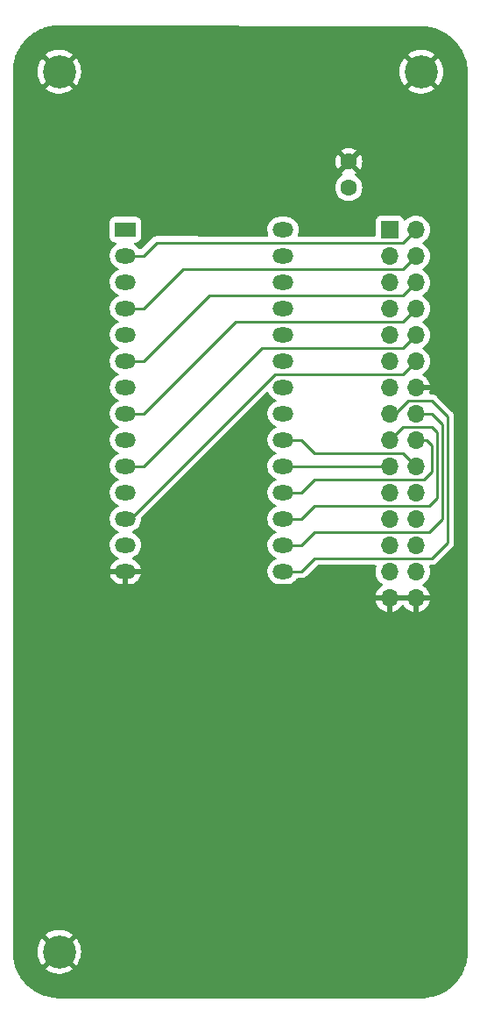
<source format=gbr>
%TF.GenerationSoftware,KiCad,Pcbnew,(5.99.0-7356-g63088e8bdb)*%
%TF.CreationDate,2021-07-04T12:01:14+08:00*%
%TF.ProjectId,AdapterCartdrigeDev,41646170-7465-4724-9361-727464726967,rev?*%
%TF.SameCoordinates,Original*%
%TF.FileFunction,Copper,L2,Bot*%
%TF.FilePolarity,Positive*%
%FSLAX46Y46*%
G04 Gerber Fmt 4.6, Leading zero omitted, Abs format (unit mm)*
G04 Created by KiCad (PCBNEW (5.99.0-7356-g63088e8bdb)) date 2021-07-04 12:01:14*
%MOMM*%
%LPD*%
G01*
G04 APERTURE LIST*
%TA.AperFunction,ComponentPad*%
%ADD10C,3.200000*%
%TD*%
%TA.AperFunction,ComponentPad*%
%ADD11R,1.700000X1.700000*%
%TD*%
%TA.AperFunction,ComponentPad*%
%ADD12O,1.700000X1.700000*%
%TD*%
%TA.AperFunction,ComponentPad*%
%ADD13C,1.600000*%
%TD*%
%TA.AperFunction,ComponentPad*%
%ADD14R,2.000000X1.440000*%
%TD*%
%TA.AperFunction,ComponentPad*%
%ADD15O,2.000000X1.440000*%
%TD*%
%TA.AperFunction,Conductor*%
%ADD16C,0.250000*%
%TD*%
G04 APERTURE END LIST*
D10*
%TO.P,H3,1,1*%
%TO.N,GND*%
X131000000Y-34000000D03*
%TD*%
%TO.P,H1,*%
%TO.N,GND*%
X96000000Y-34000000D03*
%TD*%
D11*
%TO.P,J1,1,Pin_1*%
%TO.N,/A14*%
X127936000Y-49280000D03*
D12*
%TO.P,J1,2,Pin_2*%
%TO.N,/A12*%
X130476000Y-49280000D03*
%TO.P,J1,3,Pin_3*%
%TO.N,/A7*%
X127936000Y-51820000D03*
%TO.P,J1,4,Pin_4*%
%TO.N,/A6*%
X130476000Y-51820000D03*
%TO.P,J1,5,Pin_5*%
%TO.N,/A5*%
X127936000Y-54360000D03*
%TO.P,J1,6,Pin_6*%
%TO.N,/A4*%
X130476000Y-54360000D03*
%TO.P,J1,7,Pin_7*%
%TO.N,/A3*%
X127936000Y-56900000D03*
%TO.P,J1,8,Pin_8*%
%TO.N,/A2*%
X130476000Y-56900000D03*
%TO.P,J1,9,Pin_9*%
%TO.N,/A1*%
X127936000Y-59440000D03*
%TO.P,J1,10,Pin_10*%
%TO.N,/A0*%
X130476000Y-59440000D03*
%TO.P,J1,11,Pin_11*%
%TO.N,/D0*%
X127936000Y-61980000D03*
%TO.P,J1,12,Pin_12*%
%TO.N,/D1*%
X130476000Y-61980000D03*
%TO.P,J1,13,Pin_13*%
%TO.N,/D2*%
X127936000Y-64520000D03*
%TO.P,J1,14,Pin_14*%
%TO.N,GND*%
X130476000Y-64520000D03*
%TO.P,J1,15,Pin_15*%
%TO.N,/D3*%
X127936000Y-67060000D03*
%TO.P,J1,16,Pin_16*%
%TO.N,/D4*%
X130476000Y-67060000D03*
%TO.P,J1,17,Pin_17*%
%TO.N,/D5*%
X127936000Y-69600000D03*
%TO.P,J1,18,Pin_18*%
%TO.N,/D6*%
X130476000Y-69600000D03*
%TO.P,J1,19,Pin_19*%
%TO.N,/D7*%
X127936000Y-72140000D03*
%TO.P,J1,20,Pin_20*%
%TO.N,CS*%
X130476000Y-72140000D03*
%TO.P,J1,21,Pin_21*%
%TO.N,/A10*%
X127936000Y-74680000D03*
%TO.P,J1,22,Pin_22*%
%TO.N,OE*%
X130476000Y-74680000D03*
%TO.P,J1,23,Pin_23*%
%TO.N,/A11*%
X127936000Y-77220000D03*
%TO.P,J1,24,Pin_24*%
%TO.N,/A9*%
X130476000Y-77220000D03*
%TO.P,J1,25,Pin_25*%
%TO.N,/A8*%
X127936000Y-79760000D03*
%TO.P,J1,26,Pin_26*%
%TO.N,/A13*%
X130476000Y-79760000D03*
%TO.P,J1,27,Pin_27*%
%TO.N,+5V*%
X127936000Y-82300000D03*
%TO.P,J1,28,Pin_28*%
X130476000Y-82300000D03*
%TO.P,J1,29,Pin_29*%
%TO.N,GND*%
X127936000Y-84840000D03*
%TO.P,J1,30,Pin_30*%
X130476000Y-84840000D03*
%TD*%
D10*
%TO.P,H2,*%
%TO.N,GND*%
X96000000Y-119000000D03*
%TD*%
D13*
%TO.P,C1,1*%
%TO.N,+5V*%
X123983000Y-45196000D03*
%TO.P,C1,2*%
%TO.N,GND*%
X123983000Y-42696000D03*
%TD*%
D14*
%TO.P,U1,1,A14*%
%TO.N,/A14*%
X102393000Y-49260000D03*
D15*
%TO.P,U1,2,A12*%
%TO.N,/A12*%
X102393000Y-51800000D03*
%TO.P,U1,3,A7*%
%TO.N,/A7*%
X102393000Y-54340000D03*
%TO.P,U1,4,A6*%
%TO.N,/A6*%
X102393000Y-56880000D03*
%TO.P,U1,5,A5*%
%TO.N,/A5*%
X102393000Y-59420000D03*
%TO.P,U1,6,A4*%
%TO.N,/A4*%
X102393000Y-61960000D03*
%TO.P,U1,7,A3*%
%TO.N,/A3*%
X102393000Y-64500000D03*
%TO.P,U1,8,A2*%
%TO.N,/A2*%
X102393000Y-67040000D03*
%TO.P,U1,9,A1*%
%TO.N,/A1*%
X102393000Y-69580000D03*
%TO.P,U1,10,A0*%
%TO.N,/A0*%
X102393000Y-72120000D03*
%TO.P,U1,11,D0*%
%TO.N,/D0*%
X102393000Y-74660000D03*
%TO.P,U1,12,D1*%
%TO.N,/D1*%
X102393000Y-77200000D03*
%TO.P,U1,13,D2*%
%TO.N,/D2*%
X102393000Y-79740000D03*
%TO.P,U1,14,GND*%
%TO.N,GND*%
X102393000Y-82280000D03*
%TO.P,U1,15,D3*%
%TO.N,/D3*%
X117633000Y-82280000D03*
%TO.P,U1,16,D4*%
%TO.N,/D4*%
X117633000Y-79740000D03*
%TO.P,U1,17,D5*%
%TO.N,/D5*%
X117633000Y-77200000D03*
%TO.P,U1,18,D6*%
%TO.N,/D6*%
X117633000Y-74660000D03*
%TO.P,U1,19,D7*%
%TO.N,/D7*%
X117633000Y-72120000D03*
%TO.P,U1,20,~CS*%
%TO.N,CS*%
X117633000Y-69580000D03*
%TO.P,U1,21,A10*%
%TO.N,/A10*%
X117633000Y-67040000D03*
%TO.P,U1,22,~OE*%
%TO.N,OE*%
X117633000Y-64500000D03*
%TO.P,U1,23,A11*%
%TO.N,/A11*%
X117633000Y-61960000D03*
%TO.P,U1,24,A9*%
%TO.N,/A9*%
X117633000Y-59420000D03*
%TO.P,U1,25,A8*%
%TO.N,/A8*%
X117633000Y-56880000D03*
%TO.P,U1,26,A13*%
%TO.N,/A13*%
X117633000Y-54340000D03*
%TO.P,U1,27,~WE*%
%TO.N,+5V*%
X117633000Y-51800000D03*
%TO.P,U1,28,VCC*%
X117633000Y-49260000D03*
%TD*%
D16*
%TO.N,CS*%
X120701000Y-70870000D02*
X129206000Y-70870000D01*
X117633000Y-69580000D02*
X119411000Y-69580000D01*
X129206000Y-70870000D02*
X130476000Y-72140000D01*
X119411000Y-69580000D02*
X120701000Y-70870000D01*
%TO.N,/D7*%
X117633000Y-72120000D02*
X119665000Y-72120000D01*
X119665000Y-72120000D02*
X127936000Y-72140000D01*
%TO.N,/D6*%
X117633000Y-74660000D02*
X119411000Y-74660000D01*
X119411000Y-74660000D02*
X120681000Y-73390000D01*
X120681000Y-73390000D02*
X131258000Y-73390000D01*
X131492000Y-69600000D02*
X130476000Y-69600000D01*
X132000000Y-70108000D02*
X131492000Y-69600000D01*
X132000000Y-72648000D02*
X132000000Y-70108000D01*
X131258000Y-73390000D02*
X132000000Y-72648000D01*
%TO.N,/D5*%
X132508000Y-75188000D02*
X132508000Y-68838000D01*
X132000000Y-68330000D02*
X129206000Y-68330000D01*
X117633000Y-77200000D02*
X119411000Y-77200000D01*
X131746000Y-75950000D02*
X132508000Y-75188000D01*
X120681000Y-75930000D02*
X131746000Y-75950000D01*
X132508000Y-68838000D02*
X132000000Y-68330000D01*
X129206000Y-68330000D02*
X127936000Y-69600000D01*
X119411000Y-77200000D02*
X120681000Y-75930000D01*
%TO.N,/D4*%
X117633000Y-79740000D02*
X119411000Y-79740000D01*
X119411000Y-79740000D02*
X120681000Y-78470000D01*
X133016000Y-77220000D02*
X133016000Y-68076000D01*
X133016000Y-68076000D02*
X132000000Y-67060000D01*
X131746000Y-78490000D02*
X133016000Y-77220000D01*
X132000000Y-67060000D02*
X130476000Y-67060000D01*
X131726000Y-78470000D02*
X131746000Y-78490000D01*
X120681000Y-78470000D02*
X131726000Y-78470000D01*
%TO.N,/D3*%
X117633000Y-82280000D02*
X119411000Y-82280000D01*
X129714000Y-65790000D02*
X128444000Y-67060000D01*
X132030000Y-81000000D02*
X133524000Y-79506000D01*
X120691000Y-81000000D02*
X132030000Y-81000000D01*
X119411000Y-82280000D02*
X120691000Y-81000000D01*
X133524000Y-67314000D02*
X132000000Y-65790000D01*
X133524000Y-79506000D02*
X133524000Y-67314000D01*
X132000000Y-65790000D02*
X129714000Y-65790000D01*
%TO.N,/D1*%
X129206000Y-63250000D02*
X116871000Y-63230000D01*
X116871000Y-63230000D02*
X102901000Y-77200000D01*
X130476000Y-61980000D02*
X129206000Y-63250000D01*
%TO.N,/A0*%
X129206000Y-60710000D02*
X130476000Y-59440000D01*
X102393000Y-72120000D02*
X104171000Y-72120000D01*
X115601000Y-60690000D02*
X129206000Y-60710000D01*
X104171000Y-72120000D02*
X115601000Y-60690000D01*
%TO.N,/A2*%
X113061000Y-58150000D02*
X129206000Y-58170000D01*
X129206000Y-58170000D02*
X130476000Y-56900000D01*
X104171000Y-67040000D02*
X113061000Y-58150000D01*
X102393000Y-67040000D02*
X104171000Y-67040000D01*
%TO.N,/A4*%
X110521000Y-55610000D02*
X129206000Y-55630000D01*
X104171000Y-61960000D02*
X110521000Y-55610000D01*
X129206000Y-55630000D02*
X130476000Y-54360000D01*
X102393000Y-61960000D02*
X104171000Y-61960000D01*
%TO.N,/A6*%
X104171000Y-56880000D02*
X107981000Y-53070000D01*
X102393000Y-56880000D02*
X104171000Y-56880000D01*
X129206000Y-53090000D02*
X130476000Y-51820000D01*
X107981000Y-53070000D02*
X129206000Y-53090000D01*
%TO.N,/A12*%
X102393000Y-51800000D02*
X104171000Y-51800000D01*
X104171000Y-51800000D02*
X105441000Y-50530000D01*
X105441000Y-50530000D02*
X129206000Y-50550000D01*
X129206000Y-50550000D02*
X130476000Y-49280000D01*
%TD*%
%TA.AperFunction,Conductor*%
%TO.N,GND*%
G36*
X130917527Y-29607766D02*
G01*
X130937839Y-29609473D01*
X130951685Y-29611776D01*
X130951687Y-29611776D01*
X130956496Y-29612576D01*
X131134396Y-29614420D01*
X131138515Y-29614531D01*
X131181150Y-29616393D01*
X131233477Y-29618678D01*
X131238960Y-29619037D01*
X131453132Y-29637774D01*
X131542780Y-29645617D01*
X131548210Y-29646212D01*
X131594932Y-29652363D01*
X131623181Y-29656082D01*
X131628613Y-29656918D01*
X131733849Y-29675473D01*
X131928950Y-29709875D01*
X131934266Y-29710932D01*
X132008119Y-29727305D01*
X132013452Y-29728610D01*
X132308022Y-29807540D01*
X132313274Y-29809071D01*
X132385420Y-29831818D01*
X132390565Y-29833565D01*
X132487391Y-29868807D01*
X132677147Y-29937873D01*
X132682270Y-29939865D01*
X132752131Y-29968802D01*
X132757163Y-29971016D01*
X132890484Y-30033184D01*
X133033493Y-30099870D01*
X133038424Y-30102302D01*
X133105533Y-30137237D01*
X133110352Y-30139881D01*
X133237112Y-30213066D01*
X133281802Y-30238868D01*
X133374412Y-30292337D01*
X133379112Y-30295189D01*
X133442869Y-30335807D01*
X133447440Y-30338861D01*
X133697237Y-30513771D01*
X133701653Y-30517008D01*
X133761676Y-30563066D01*
X133765941Y-30566489D01*
X133999519Y-30762484D01*
X134003652Y-30766109D01*
X134059445Y-30817234D01*
X134063416Y-30821036D01*
X134278975Y-31036595D01*
X134282777Y-31040566D01*
X134333888Y-31096344D01*
X134337513Y-31100477D01*
X134358446Y-31125424D01*
X134453181Y-31238324D01*
X134533506Y-31334052D01*
X134536947Y-31338340D01*
X134582989Y-31398344D01*
X134586239Y-31402776D01*
X134761144Y-31652566D01*
X134764167Y-31657090D01*
X134804817Y-31720897D01*
X134807668Y-31725596D01*
X134960115Y-31989642D01*
X134962760Y-31994462D01*
X134997696Y-32061574D01*
X135000127Y-32066504D01*
X135082353Y-32242837D01*
X135127615Y-32339901D01*
X135128995Y-32342861D01*
X135131193Y-32347856D01*
X135160160Y-32417789D01*
X135162120Y-32422832D01*
X135266422Y-32709397D01*
X135268176Y-32714561D01*
X135290925Y-32786711D01*
X135292463Y-32791988D01*
X135371391Y-33086551D01*
X135372695Y-33091880D01*
X135387136Y-33157018D01*
X135389052Y-33165661D01*
X135390123Y-33171045D01*
X135425450Y-33371387D01*
X135443084Y-33471396D01*
X135443920Y-33476830D01*
X135453784Y-33551758D01*
X135454382Y-33557222D01*
X135480963Y-33861027D01*
X135481321Y-33866475D01*
X135485468Y-33961457D01*
X135485580Y-33965620D01*
X135487390Y-34140226D01*
X135488070Y-34144646D01*
X135488070Y-34144648D01*
X135490536Y-34160679D01*
X135492000Y-34179834D01*
X135492000Y-118918573D01*
X135490293Y-118939245D01*
X135488221Y-118951700D01*
X135488220Y-118951709D01*
X135487424Y-118956496D01*
X135485580Y-119134383D01*
X135485469Y-119138514D01*
X135483495Y-119183711D01*
X135481322Y-119233478D01*
X135480963Y-119238962D01*
X135469977Y-119364539D01*
X135454393Y-119542678D01*
X135454385Y-119542765D01*
X135453788Y-119548210D01*
X135453429Y-119550940D01*
X135443918Y-119623181D01*
X135443082Y-119628613D01*
X135429714Y-119704427D01*
X135390125Y-119928950D01*
X135389066Y-119934275D01*
X135372689Y-120008143D01*
X135371392Y-120013444D01*
X135292461Y-120308012D01*
X135290924Y-120313287D01*
X135268189Y-120385397D01*
X135266423Y-120390598D01*
X135162117Y-120677175D01*
X135160163Y-120682202D01*
X135131181Y-120752172D01*
X135128990Y-120757151D01*
X135000126Y-121033500D01*
X134997695Y-121038429D01*
X134962757Y-121105544D01*
X134960149Y-121110300D01*
X134829907Y-121335885D01*
X134807670Y-121374400D01*
X134804818Y-121379099D01*
X134764180Y-121442888D01*
X134761126Y-121447458D01*
X134586246Y-121697214D01*
X134583011Y-121701628D01*
X134536920Y-121761694D01*
X134533497Y-121765958D01*
X134337513Y-121999522D01*
X134333889Y-122003655D01*
X134282777Y-122059434D01*
X134278975Y-122063405D01*
X134063416Y-122278964D01*
X134059446Y-122282766D01*
X134003652Y-122333892D01*
X133999518Y-122337517D01*
X133765947Y-122533506D01*
X133761670Y-122536939D01*
X133701627Y-122583011D01*
X133697242Y-122586227D01*
X133447445Y-122761137D01*
X133442922Y-122764159D01*
X133379101Y-122804818D01*
X133379093Y-122804823D01*
X133374394Y-122807674D01*
X133110350Y-122960120D01*
X133105531Y-122962764D01*
X133093036Y-122969269D01*
X133038425Y-122997698D01*
X133033541Y-123000106D01*
X132871511Y-123075662D01*
X132757148Y-123128990D01*
X132752121Y-123131202D01*
X132682233Y-123160151D01*
X132677142Y-123162130D01*
X132390603Y-123266421D01*
X132390598Y-123266423D01*
X132385393Y-123268190D01*
X132313300Y-123290921D01*
X132308031Y-123292457D01*
X132160739Y-123331925D01*
X132013456Y-123371389D01*
X132008118Y-123372695D01*
X131934302Y-123389060D01*
X131928958Y-123390123D01*
X131628581Y-123443088D01*
X131623189Y-123443917D01*
X131574465Y-123450332D01*
X131548241Y-123453784D01*
X131542778Y-123454382D01*
X131238973Y-123480963D01*
X131233525Y-123481321D01*
X131138515Y-123485469D01*
X131134380Y-123485580D01*
X130959774Y-123487390D01*
X130955354Y-123488070D01*
X130955352Y-123488070D01*
X130949585Y-123488957D01*
X130939318Y-123490536D01*
X130920166Y-123492000D01*
X96081427Y-123492000D01*
X96060755Y-123490293D01*
X96048300Y-123488221D01*
X96048291Y-123488220D01*
X96043504Y-123487424D01*
X95865617Y-123485580D01*
X95861486Y-123485469D01*
X95816289Y-123483495D01*
X95766522Y-123481322D01*
X95761038Y-123480963D01*
X95574133Y-123464612D01*
X95457219Y-123454383D01*
X95451790Y-123453788D01*
X95405068Y-123447637D01*
X95376819Y-123443918D01*
X95371387Y-123443082D01*
X95254403Y-123422455D01*
X95071050Y-123390125D01*
X95065725Y-123389066D01*
X94991857Y-123372689D01*
X94986556Y-123371392D01*
X94691988Y-123292461D01*
X94686713Y-123290924D01*
X94614603Y-123268189D01*
X94609396Y-123266421D01*
X94608506Y-123266097D01*
X94322825Y-123162117D01*
X94317798Y-123160163D01*
X94247828Y-123131181D01*
X94242862Y-123128996D01*
X93966500Y-123000126D01*
X93961571Y-122997695D01*
X93942854Y-122987952D01*
X93894456Y-122962757D01*
X93889700Y-122960149D01*
X93625600Y-122807670D01*
X93620901Y-122804818D01*
X93557112Y-122764180D01*
X93552542Y-122761126D01*
X93302786Y-122586246D01*
X93298372Y-122583011D01*
X93238306Y-122536920D01*
X93234042Y-122533497D01*
X93000478Y-122337513D01*
X92996345Y-122333889D01*
X92940566Y-122282777D01*
X92936595Y-122278975D01*
X92721036Y-122063416D01*
X92717234Y-122059446D01*
X92666108Y-122003652D01*
X92662483Y-121999518D01*
X92466494Y-121765947D01*
X92463054Y-121761661D01*
X92416989Y-121701627D01*
X92413764Y-121697229D01*
X92238863Y-121447445D01*
X92235841Y-121442922D01*
X92195176Y-121379091D01*
X92192326Y-121374394D01*
X92039880Y-121110350D01*
X92037236Y-121105531D01*
X92013999Y-121060894D01*
X92002302Y-121038425D01*
X91999894Y-121033541D01*
X91871010Y-120757148D01*
X91868796Y-120752117D01*
X91867830Y-120749785D01*
X91839849Y-120682233D01*
X91837867Y-120677133D01*
X91831887Y-120660699D01*
X94704573Y-120660699D01*
X94711628Y-120670671D01*
X94754718Y-120706701D01*
X94761650Y-120711736D01*
X94997860Y-120859911D01*
X95005412Y-120863960D01*
X95259555Y-120978711D01*
X95267586Y-120981697D01*
X95534950Y-121060894D01*
X95543302Y-121062761D01*
X95818947Y-121104940D01*
X95827481Y-121105656D01*
X96106295Y-121110037D01*
X96114846Y-121109588D01*
X96391673Y-121076089D01*
X96400087Y-121074484D01*
X96669810Y-121003724D01*
X96677926Y-121000993D01*
X96935549Y-120894281D01*
X96943217Y-120890475D01*
X97183979Y-120749785D01*
X97191060Y-120744972D01*
X97285935Y-120670581D01*
X97294406Y-120658721D01*
X97287890Y-120647100D01*
X96012812Y-119372022D01*
X95998868Y-119364408D01*
X95997035Y-119364539D01*
X95990420Y-119368790D01*
X94711865Y-120647345D01*
X94704573Y-120660699D01*
X91831887Y-120660699D01*
X91831156Y-120658693D01*
X91733576Y-120390596D01*
X91731810Y-120385393D01*
X91709079Y-120313300D01*
X91707540Y-120308022D01*
X91707538Y-120308012D01*
X91628608Y-120013444D01*
X91627305Y-120008118D01*
X91627302Y-120008104D01*
X91610940Y-119934302D01*
X91609873Y-119928938D01*
X91609870Y-119928921D01*
X91556912Y-119628581D01*
X91556080Y-119623171D01*
X91554971Y-119614742D01*
X91546216Y-119548241D01*
X91545618Y-119542778D01*
X91519037Y-119238973D01*
X91518679Y-119233525D01*
X91514531Y-119138515D01*
X91514419Y-119134353D01*
X91513460Y-119041777D01*
X91512842Y-118982153D01*
X93887363Y-118982153D01*
X93903415Y-119260542D01*
X93904488Y-119269042D01*
X93958174Y-119542678D01*
X93960387Y-119550940D01*
X94050714Y-119814765D01*
X94054030Y-119822651D01*
X94179325Y-120071774D01*
X94183681Y-120079140D01*
X94327378Y-120288218D01*
X94337633Y-120296563D01*
X94351373Y-120289417D01*
X95627978Y-119012812D01*
X95634355Y-119001132D01*
X96364408Y-119001132D01*
X96364539Y-119002965D01*
X96368790Y-119009580D01*
X97647318Y-120288108D01*
X97659527Y-120294775D01*
X97671027Y-120286085D01*
X97781524Y-120135661D01*
X97786111Y-120128433D01*
X97919166Y-119883377D01*
X97922734Y-119875583D01*
X98021298Y-119614742D01*
X98023775Y-119606536D01*
X98086027Y-119334730D01*
X98087367Y-119326269D01*
X98112317Y-119046716D01*
X98112563Y-119041777D01*
X98112974Y-119002485D01*
X98112831Y-118997519D01*
X98093742Y-118717510D01*
X98092581Y-118709036D01*
X98036032Y-118435969D01*
X98033733Y-118427734D01*
X97940647Y-118164868D01*
X97937250Y-118157018D01*
X97809350Y-117909216D01*
X97804922Y-117901904D01*
X97671865Y-117712583D01*
X97661343Y-117704203D01*
X97647955Y-117711255D01*
X96372022Y-118987188D01*
X96364408Y-119001132D01*
X95634355Y-119001132D01*
X95635592Y-118998868D01*
X95635461Y-118997035D01*
X95631210Y-118990420D01*
X94352107Y-117711317D01*
X94340097Y-117704758D01*
X94328357Y-117713726D01*
X94206685Y-117883052D01*
X94202163Y-117890346D01*
X94071689Y-118136768D01*
X94068203Y-118144596D01*
X93972372Y-118406468D01*
X93969986Y-118414679D01*
X93910581Y-118687137D01*
X93909332Y-118695599D01*
X93887452Y-118973603D01*
X93887363Y-118982153D01*
X91512842Y-118982153D01*
X91512610Y-118959774D01*
X91509464Y-118939318D01*
X91508000Y-118920166D01*
X91508000Y-117341307D01*
X94705390Y-117341307D01*
X94711785Y-117352575D01*
X95987188Y-118627978D01*
X96001132Y-118635592D01*
X96002965Y-118635461D01*
X96009580Y-118631210D01*
X97287720Y-117353070D01*
X97294911Y-117339901D01*
X97287589Y-117329664D01*
X97227339Y-117280351D01*
X97220367Y-117275396D01*
X96982595Y-117129688D01*
X96975025Y-117125731D01*
X96719682Y-117013644D01*
X96711622Y-117010742D01*
X96443445Y-116934350D01*
X96435070Y-116932570D01*
X96159004Y-116893280D01*
X96150456Y-116892653D01*
X95871610Y-116891192D01*
X95863076Y-116891729D01*
X95586606Y-116928127D01*
X95578208Y-116929820D01*
X95309250Y-117003399D01*
X95301155Y-117006218D01*
X95044660Y-117115622D01*
X95037038Y-117119506D01*
X94797767Y-117262707D01*
X94790729Y-117267598D01*
X94713860Y-117329181D01*
X94705390Y-117341307D01*
X91508000Y-117341307D01*
X91508000Y-85112423D01*
X126604255Y-85112423D01*
X126612638Y-85164471D01*
X126615212Y-85174793D01*
X126686230Y-85382810D01*
X126690497Y-85392533D01*
X126795556Y-85585625D01*
X126801402Y-85594491D01*
X126937486Y-85767113D01*
X126944750Y-85774875D01*
X127107967Y-85922094D01*
X127116444Y-85928528D01*
X127302122Y-86046136D01*
X127311567Y-86051053D01*
X127514406Y-86135694D01*
X127524545Y-86138950D01*
X127664345Y-86171096D01*
X127678422Y-86170257D01*
X127682000Y-86160999D01*
X127682000Y-85112115D01*
X127680659Y-85107548D01*
X128190000Y-85107548D01*
X128190000Y-86159941D01*
X128194151Y-86174079D01*
X128204798Y-86175774D01*
X128208192Y-86175096D01*
X128419333Y-86113954D01*
X128429259Y-86110143D01*
X128627065Y-86014307D01*
X128636212Y-86008876D01*
X128815041Y-85881083D01*
X128823149Y-85874182D01*
X128977893Y-85718082D01*
X128984706Y-85709933D01*
X129103687Y-85540327D01*
X129159183Y-85496047D01*
X129229809Y-85488800D01*
X129293141Y-85520886D01*
X129317516Y-85552469D01*
X129335556Y-85585625D01*
X129341402Y-85594491D01*
X129477486Y-85767113D01*
X129484750Y-85774875D01*
X129647967Y-85922094D01*
X129656444Y-85928528D01*
X129842122Y-86046136D01*
X129851567Y-86051053D01*
X130054406Y-86135694D01*
X130064545Y-86138950D01*
X130204345Y-86171096D01*
X130218422Y-86170257D01*
X130222000Y-86160999D01*
X130222000Y-85112115D01*
X130220659Y-85107548D01*
X130730000Y-85107548D01*
X130730000Y-86159941D01*
X130734151Y-86174079D01*
X130744798Y-86175774D01*
X130748192Y-86175096D01*
X130959333Y-86113954D01*
X130969259Y-86110143D01*
X131167065Y-86014307D01*
X131176212Y-86008876D01*
X131355041Y-85881083D01*
X131363149Y-85874182D01*
X131517893Y-85718082D01*
X131524706Y-85709933D01*
X131650940Y-85529988D01*
X131656295Y-85520787D01*
X131750399Y-85322156D01*
X131754123Y-85312197D01*
X131811968Y-85105718D01*
X131810430Y-85097351D01*
X131798137Y-85094000D01*
X130748115Y-85094000D01*
X130732876Y-85098475D01*
X130731671Y-85099865D01*
X130730000Y-85107548D01*
X130220659Y-85107548D01*
X130217525Y-85096876D01*
X130216135Y-85095671D01*
X130208452Y-85094000D01*
X128208115Y-85094000D01*
X128192876Y-85098475D01*
X128191671Y-85099865D01*
X128190000Y-85107548D01*
X127680659Y-85107548D01*
X127677525Y-85096876D01*
X127676135Y-85095671D01*
X127668452Y-85094000D01*
X126619403Y-85094000D01*
X126606222Y-85097870D01*
X126604255Y-85112423D01*
X91508000Y-85112423D01*
X91508000Y-82545257D01*
X100909683Y-82545257D01*
X100969753Y-82740516D01*
X100973974Y-82750862D01*
X101069372Y-82935691D01*
X101075357Y-82945122D01*
X101201982Y-83110144D01*
X101209538Y-83118360D01*
X101363382Y-83258348D01*
X101372281Y-83265102D01*
X101548471Y-83375625D01*
X101558441Y-83380706D01*
X101751418Y-83458282D01*
X101762118Y-83461513D01*
X101966758Y-83503892D01*
X101975894Y-83505095D01*
X102024457Y-83507895D01*
X102028104Y-83508000D01*
X102120885Y-83508000D01*
X102136124Y-83503525D01*
X102137329Y-83502135D01*
X102139000Y-83494452D01*
X102139000Y-82552115D01*
X102137659Y-82547548D01*
X102647000Y-82547548D01*
X102647000Y-83489885D01*
X102651475Y-83505124D01*
X102652865Y-83506329D01*
X102660548Y-83508000D01*
X102726221Y-83508000D01*
X102731816Y-83507751D01*
X102885750Y-83494012D01*
X102896764Y-83492030D01*
X103097378Y-83437149D01*
X103107851Y-83433255D01*
X103295586Y-83343709D01*
X103305201Y-83338023D01*
X103474109Y-83216651D01*
X103482575Y-83209343D01*
X103627317Y-83059980D01*
X103634348Y-83051298D01*
X103750360Y-82878654D01*
X103755739Y-82868868D01*
X103839346Y-82678407D01*
X103842905Y-82667831D01*
X103870807Y-82551615D01*
X103870102Y-82537531D01*
X103861221Y-82534000D01*
X102665115Y-82534000D01*
X102649876Y-82538475D01*
X102648671Y-82539865D01*
X102647000Y-82547548D01*
X102137659Y-82547548D01*
X102134525Y-82536876D01*
X102133135Y-82535671D01*
X102125452Y-82534000D01*
X100924774Y-82534000D01*
X100910792Y-82538105D01*
X100909683Y-82545257D01*
X91508000Y-82545257D01*
X91508000Y-48540000D01*
X100879500Y-48540000D01*
X100879500Y-49980000D01*
X100884727Y-50053079D01*
X100925904Y-50193316D01*
X100930775Y-50200895D01*
X101000051Y-50308691D01*
X101000053Y-50308694D01*
X101004923Y-50316271D01*
X101011733Y-50322172D01*
X101108569Y-50406082D01*
X101108572Y-50406084D01*
X101115381Y-50411984D01*
X101248330Y-50472700D01*
X101257245Y-50473982D01*
X101257246Y-50473982D01*
X101388552Y-50492861D01*
X101388559Y-50492862D01*
X101393000Y-50493500D01*
X101441438Y-50493500D01*
X101509559Y-50513502D01*
X101556052Y-50567158D01*
X101566156Y-50637432D01*
X101536662Y-50702012D01*
X101495684Y-50733225D01*
X101490166Y-50735857D01*
X101485097Y-50738275D01*
X101307006Y-50866247D01*
X101303102Y-50870275D01*
X101303098Y-50870279D01*
X101211236Y-50965073D01*
X101154390Y-51023733D01*
X101151255Y-51028399D01*
X101047891Y-51182222D01*
X101032076Y-51205757D01*
X100943928Y-51406564D01*
X100942619Y-51412015D01*
X100942618Y-51412019D01*
X100929946Y-51464802D01*
X100892733Y-51619807D01*
X100880109Y-51838745D01*
X100906455Y-52056459D01*
X100970939Y-52266067D01*
X100973511Y-52271050D01*
X101058941Y-52436566D01*
X101071522Y-52460942D01*
X101074935Y-52465390D01*
X101074937Y-52465393D01*
X101168050Y-52586741D01*
X101205024Y-52634927D01*
X101209177Y-52638706D01*
X101209178Y-52638707D01*
X101363080Y-52778747D01*
X101363083Y-52778749D01*
X101367227Y-52782520D01*
X101371973Y-52785497D01*
X101371978Y-52785501D01*
X101461276Y-52841517D01*
X101553003Y-52899057D01*
X101558213Y-52901151D01*
X101558218Y-52901154D01*
X101682008Y-52950917D01*
X101737753Y-52994883D01*
X101760878Y-53062008D01*
X101744041Y-53130980D01*
X101692589Y-53179900D01*
X101684525Y-53183456D01*
X101683036Y-53183863D01*
X101485097Y-53278275D01*
X101307006Y-53406247D01*
X101303102Y-53410275D01*
X101303098Y-53410279D01*
X101211236Y-53505073D01*
X101154390Y-53563733D01*
X101151255Y-53568399D01*
X101047027Y-53723508D01*
X101032076Y-53745757D01*
X100943928Y-53946564D01*
X100892733Y-54159807D01*
X100880109Y-54378745D01*
X100906455Y-54596459D01*
X100970939Y-54806067D01*
X100973511Y-54811050D01*
X101065320Y-54988925D01*
X101071522Y-55000942D01*
X101074935Y-55005390D01*
X101074937Y-55005393D01*
X101156433Y-55111601D01*
X101205024Y-55174927D01*
X101209177Y-55178706D01*
X101209178Y-55178707D01*
X101363080Y-55318747D01*
X101363083Y-55318749D01*
X101367227Y-55322520D01*
X101371973Y-55325497D01*
X101371978Y-55325501D01*
X101461276Y-55381517D01*
X101553003Y-55439057D01*
X101558213Y-55441151D01*
X101558218Y-55441154D01*
X101682008Y-55490917D01*
X101737753Y-55534883D01*
X101760878Y-55602008D01*
X101744041Y-55670980D01*
X101692589Y-55719900D01*
X101684525Y-55723456D01*
X101683036Y-55723863D01*
X101485097Y-55818275D01*
X101307006Y-55946247D01*
X101303102Y-55950275D01*
X101303098Y-55950279D01*
X101211236Y-56045073D01*
X101154390Y-56103733D01*
X101151255Y-56108399D01*
X101035447Y-56280741D01*
X101032076Y-56285757D01*
X100943928Y-56486564D01*
X100942619Y-56492015D01*
X100942618Y-56492019D01*
X100929946Y-56544802D01*
X100892733Y-56699807D01*
X100880109Y-56918745D01*
X100906455Y-57136459D01*
X100970939Y-57346067D01*
X100973511Y-57351050D01*
X101066071Y-57530380D01*
X101071522Y-57540942D01*
X101074935Y-57545390D01*
X101074937Y-57545393D01*
X101167997Y-57666672D01*
X101205024Y-57714927D01*
X101209177Y-57718706D01*
X101209178Y-57718707D01*
X101363080Y-57858747D01*
X101363083Y-57858749D01*
X101367227Y-57862520D01*
X101371973Y-57865497D01*
X101371978Y-57865501D01*
X101461276Y-57921517D01*
X101553003Y-57979057D01*
X101558213Y-57981151D01*
X101558218Y-57981154D01*
X101682008Y-58030917D01*
X101737753Y-58074883D01*
X101760878Y-58142008D01*
X101744041Y-58210980D01*
X101692589Y-58259900D01*
X101684525Y-58263456D01*
X101683036Y-58263863D01*
X101485097Y-58358275D01*
X101307006Y-58486247D01*
X101303102Y-58490275D01*
X101303098Y-58490279D01*
X101211236Y-58585073D01*
X101154390Y-58643733D01*
X101151255Y-58648399D01*
X101047000Y-58803548D01*
X101032076Y-58825757D01*
X100943928Y-59026564D01*
X100942619Y-59032015D01*
X100942618Y-59032019D01*
X100929946Y-59084802D01*
X100892733Y-59239807D01*
X100880109Y-59458745D01*
X100906455Y-59676459D01*
X100970939Y-59886067D01*
X100973511Y-59891050D01*
X101057789Y-60054334D01*
X101071522Y-60080942D01*
X101074935Y-60085390D01*
X101074937Y-60085393D01*
X101185907Y-60230013D01*
X101205024Y-60254927D01*
X101209177Y-60258706D01*
X101209178Y-60258707D01*
X101363080Y-60398747D01*
X101363083Y-60398749D01*
X101367227Y-60402520D01*
X101371973Y-60405497D01*
X101371978Y-60405501D01*
X101461276Y-60461517D01*
X101553003Y-60519057D01*
X101558213Y-60521151D01*
X101558218Y-60521154D01*
X101682008Y-60570917D01*
X101737753Y-60614883D01*
X101760878Y-60682008D01*
X101744041Y-60750980D01*
X101692589Y-60799900D01*
X101684525Y-60803456D01*
X101683036Y-60803863D01*
X101485097Y-60898275D01*
X101307006Y-61026247D01*
X101303102Y-61030275D01*
X101303098Y-61030279D01*
X101211236Y-61125073D01*
X101154390Y-61183733D01*
X101151255Y-61188399D01*
X101046994Y-61343557D01*
X101032076Y-61365757D01*
X100943928Y-61566564D01*
X100942619Y-61572015D01*
X100942618Y-61572019D01*
X100929946Y-61624802D01*
X100892733Y-61779807D01*
X100880109Y-61998745D01*
X100906455Y-62216459D01*
X100970939Y-62426067D01*
X100973511Y-62431050D01*
X101066998Y-62612176D01*
X101071522Y-62620942D01*
X101074935Y-62625390D01*
X101074937Y-62625393D01*
X101173438Y-62753763D01*
X101205024Y-62794927D01*
X101209177Y-62798706D01*
X101209178Y-62798707D01*
X101363080Y-62938747D01*
X101363083Y-62938749D01*
X101367227Y-62942520D01*
X101371973Y-62945497D01*
X101371978Y-62945501D01*
X101461276Y-63001517D01*
X101553003Y-63059057D01*
X101558213Y-63061151D01*
X101558218Y-63061154D01*
X101682008Y-63110917D01*
X101737753Y-63154883D01*
X101760878Y-63222008D01*
X101744041Y-63290980D01*
X101692589Y-63339900D01*
X101684525Y-63343456D01*
X101683036Y-63343863D01*
X101485097Y-63438275D01*
X101307006Y-63566247D01*
X101303102Y-63570275D01*
X101303098Y-63570279D01*
X101199227Y-63677465D01*
X101154390Y-63723733D01*
X101151255Y-63728399D01*
X101046990Y-63883563D01*
X101032076Y-63905757D01*
X100943928Y-64106564D01*
X100942619Y-64112015D01*
X100942618Y-64112019D01*
X100906605Y-64262027D01*
X100892733Y-64319807D01*
X100880109Y-64538745D01*
X100906455Y-64756459D01*
X100970939Y-64966067D01*
X101071522Y-65160942D01*
X101074935Y-65165390D01*
X101074937Y-65165393D01*
X101186989Y-65311423D01*
X101205024Y-65334927D01*
X101209177Y-65338706D01*
X101209178Y-65338707D01*
X101363080Y-65478747D01*
X101363083Y-65478749D01*
X101367227Y-65482520D01*
X101371973Y-65485497D01*
X101371978Y-65485501D01*
X101461276Y-65541517D01*
X101553003Y-65599057D01*
X101558213Y-65601151D01*
X101558218Y-65601154D01*
X101682008Y-65650917D01*
X101737753Y-65694883D01*
X101760878Y-65762008D01*
X101744041Y-65830980D01*
X101692589Y-65879900D01*
X101684525Y-65883456D01*
X101683036Y-65883863D01*
X101485097Y-65978275D01*
X101307006Y-66106247D01*
X101303102Y-66110275D01*
X101303098Y-66110279D01*
X101214899Y-66201293D01*
X101154390Y-66263733D01*
X101032076Y-66445757D01*
X100943928Y-66646564D01*
X100942619Y-66652015D01*
X100942618Y-66652019D01*
X100929946Y-66704802D01*
X100892733Y-66859807D01*
X100889945Y-66908158D01*
X100880727Y-67068031D01*
X100880109Y-67078745D01*
X100906455Y-67296459D01*
X100970939Y-67506067D01*
X101071522Y-67700942D01*
X101074935Y-67705390D01*
X101074937Y-67705393D01*
X101163112Y-67820306D01*
X101205024Y-67874927D01*
X101209177Y-67878706D01*
X101209178Y-67878707D01*
X101363080Y-68018747D01*
X101363083Y-68018749D01*
X101367227Y-68022520D01*
X101371973Y-68025497D01*
X101371978Y-68025501D01*
X101461276Y-68081517D01*
X101553003Y-68139057D01*
X101558213Y-68141151D01*
X101558218Y-68141154D01*
X101682008Y-68190917D01*
X101737753Y-68234883D01*
X101760878Y-68302008D01*
X101744041Y-68370980D01*
X101692589Y-68419900D01*
X101684525Y-68423456D01*
X101683036Y-68423863D01*
X101485097Y-68518275D01*
X101307006Y-68646247D01*
X101303102Y-68650275D01*
X101303098Y-68650279D01*
X101214899Y-68741293D01*
X101154390Y-68803733D01*
X101091581Y-68897203D01*
X101042664Y-68970001D01*
X101032076Y-68985757D01*
X100943928Y-69186564D01*
X100942619Y-69192015D01*
X100942618Y-69192019D01*
X100929946Y-69244802D01*
X100892733Y-69399807D01*
X100880109Y-69618745D01*
X100906455Y-69836459D01*
X100970939Y-70046067D01*
X101071522Y-70240942D01*
X101074935Y-70245390D01*
X101074937Y-70245393D01*
X101163112Y-70360306D01*
X101205024Y-70414927D01*
X101209177Y-70418706D01*
X101209178Y-70418707D01*
X101363080Y-70558747D01*
X101363083Y-70558749D01*
X101367227Y-70562520D01*
X101371973Y-70565497D01*
X101371978Y-70565501D01*
X101461276Y-70621517D01*
X101553003Y-70679057D01*
X101558213Y-70681151D01*
X101558218Y-70681154D01*
X101682008Y-70730917D01*
X101737753Y-70774883D01*
X101760878Y-70842008D01*
X101744041Y-70910980D01*
X101692589Y-70959900D01*
X101684525Y-70963456D01*
X101683036Y-70963863D01*
X101485097Y-71058275D01*
X101307006Y-71186247D01*
X101303102Y-71190275D01*
X101303098Y-71190279D01*
X101214899Y-71281293D01*
X101154390Y-71343733D01*
X101151255Y-71348399D01*
X101058359Y-71486644D01*
X101032076Y-71525757D01*
X100943928Y-71726564D01*
X100892733Y-71939807D01*
X100880109Y-72158745D01*
X100906455Y-72376459D01*
X100970939Y-72586067D01*
X100973511Y-72591050D01*
X101066680Y-72771560D01*
X101071522Y-72780942D01*
X101074935Y-72785390D01*
X101074937Y-72785393D01*
X101168213Y-72906954D01*
X101205024Y-72954927D01*
X101209177Y-72958706D01*
X101209178Y-72958707D01*
X101363080Y-73098747D01*
X101363083Y-73098749D01*
X101367227Y-73102520D01*
X101371973Y-73105497D01*
X101371978Y-73105501D01*
X101461276Y-73161517D01*
X101553003Y-73219057D01*
X101558213Y-73221151D01*
X101558218Y-73221154D01*
X101682008Y-73270917D01*
X101737753Y-73314883D01*
X101760878Y-73382008D01*
X101744041Y-73450980D01*
X101692589Y-73499900D01*
X101684525Y-73503456D01*
X101683036Y-73503863D01*
X101485097Y-73598275D01*
X101307006Y-73726247D01*
X101303102Y-73730275D01*
X101303098Y-73730279D01*
X101158304Y-73879694D01*
X101154390Y-73883733D01*
X101091581Y-73977203D01*
X101047031Y-74043502D01*
X101032076Y-74065757D01*
X100943928Y-74266564D01*
X100942619Y-74272015D01*
X100942618Y-74272019D01*
X100929946Y-74324802D01*
X100892733Y-74479807D01*
X100880109Y-74698745D01*
X100906455Y-74916459D01*
X100970939Y-75126067D01*
X100973511Y-75131050D01*
X101057789Y-75294334D01*
X101071522Y-75320942D01*
X101074935Y-75325390D01*
X101074937Y-75325393D01*
X101167902Y-75446548D01*
X101205024Y-75494927D01*
X101209177Y-75498706D01*
X101209178Y-75498707D01*
X101363080Y-75638747D01*
X101363083Y-75638749D01*
X101367227Y-75642520D01*
X101371973Y-75645497D01*
X101371978Y-75645501D01*
X101461276Y-75701517D01*
X101553003Y-75759057D01*
X101558213Y-75761151D01*
X101558218Y-75761154D01*
X101682008Y-75810917D01*
X101737753Y-75854883D01*
X101760878Y-75922008D01*
X101744041Y-75990980D01*
X101692589Y-76039900D01*
X101684525Y-76043456D01*
X101683036Y-76043863D01*
X101485097Y-76138275D01*
X101307006Y-76266247D01*
X101303102Y-76270275D01*
X101303098Y-76270279D01*
X101183212Y-76393991D01*
X101154390Y-76423733D01*
X101114060Y-76483751D01*
X101050030Y-76579039D01*
X101032076Y-76605757D01*
X100943928Y-76806564D01*
X100942619Y-76812015D01*
X100942618Y-76812019D01*
X100929946Y-76864802D01*
X100892733Y-77019807D01*
X100892410Y-77025412D01*
X100881854Y-77208486D01*
X100880109Y-77238745D01*
X100906455Y-77456459D01*
X100970939Y-77666067D01*
X100973511Y-77671050D01*
X101066680Y-77851560D01*
X101071522Y-77860942D01*
X101074935Y-77865390D01*
X101074937Y-77865393D01*
X101163112Y-77980306D01*
X101205024Y-78034927D01*
X101209177Y-78038706D01*
X101209178Y-78038707D01*
X101363080Y-78178747D01*
X101363083Y-78178749D01*
X101367227Y-78182520D01*
X101371973Y-78185497D01*
X101371978Y-78185501D01*
X101461096Y-78241404D01*
X101553003Y-78299057D01*
X101558213Y-78301151D01*
X101558218Y-78301154D01*
X101682008Y-78350917D01*
X101737753Y-78394883D01*
X101760878Y-78462008D01*
X101744041Y-78530980D01*
X101692589Y-78579900D01*
X101684525Y-78583456D01*
X101683036Y-78583863D01*
X101485097Y-78678275D01*
X101307006Y-78806247D01*
X101303102Y-78810275D01*
X101303098Y-78810279D01*
X101158304Y-78959694D01*
X101154390Y-78963733D01*
X101111652Y-79027335D01*
X101047031Y-79123502D01*
X101032076Y-79145757D01*
X100943928Y-79346564D01*
X100942619Y-79352015D01*
X100942618Y-79352019D01*
X100898550Y-79535576D01*
X100892733Y-79559807D01*
X100892410Y-79565412D01*
X100882283Y-79741048D01*
X100880109Y-79778745D01*
X100906455Y-79996459D01*
X100970939Y-80206067D01*
X100973511Y-80211050D01*
X101053457Y-80365941D01*
X101071522Y-80400942D01*
X101074935Y-80405390D01*
X101074937Y-80405393D01*
X101199966Y-80568335D01*
X101205024Y-80574927D01*
X101209177Y-80578706D01*
X101209178Y-80578707D01*
X101363080Y-80718747D01*
X101363083Y-80718749D01*
X101367227Y-80722520D01*
X101371973Y-80725497D01*
X101371978Y-80725501D01*
X101461276Y-80781517D01*
X101553003Y-80839057D01*
X101558212Y-80841151D01*
X101558214Y-80841152D01*
X101682697Y-80891194D01*
X101738441Y-80935161D01*
X101761566Y-81002286D01*
X101744729Y-81071257D01*
X101693276Y-81120177D01*
X101679620Y-81126198D01*
X101678153Y-81126744D01*
X101490414Y-81216291D01*
X101480799Y-81221977D01*
X101311891Y-81343349D01*
X101303425Y-81350657D01*
X101158683Y-81500020D01*
X101151652Y-81508702D01*
X101035640Y-81681346D01*
X101030261Y-81691132D01*
X100946654Y-81881593D01*
X100943095Y-81892169D01*
X100915193Y-82008385D01*
X100915898Y-82022469D01*
X100924779Y-82026000D01*
X103861226Y-82026000D01*
X103875208Y-82021895D01*
X103876317Y-82014743D01*
X103816247Y-81819484D01*
X103812026Y-81809138D01*
X103716628Y-81624309D01*
X103710643Y-81614878D01*
X103584018Y-81449856D01*
X103576462Y-81441640D01*
X103422618Y-81301652D01*
X103413719Y-81294898D01*
X103237529Y-81184375D01*
X103227559Y-81179294D01*
X103103297Y-81129341D01*
X103047553Y-81085374D01*
X103024428Y-81018249D01*
X103041265Y-80949278D01*
X103092718Y-80900358D01*
X103101191Y-80896622D01*
X103102964Y-80896137D01*
X103300903Y-80801725D01*
X103478994Y-80673753D01*
X103482898Y-80669725D01*
X103482902Y-80669721D01*
X103627696Y-80520306D01*
X103627697Y-80520305D01*
X103631610Y-80516267D01*
X103726089Y-80375666D01*
X103750795Y-80338900D01*
X103750797Y-80338897D01*
X103753924Y-80334243D01*
X103842072Y-80133436D01*
X103852534Y-80089861D01*
X103891957Y-79925650D01*
X103891957Y-79925649D01*
X103893267Y-79920193D01*
X103898157Y-79835385D01*
X103905568Y-79706862D01*
X103905568Y-79706859D01*
X103905891Y-79701255D01*
X103879545Y-79483541D01*
X103815061Y-79273933D01*
X103728642Y-79106500D01*
X103717050Y-79084041D01*
X103717050Y-79084040D01*
X103714478Y-79079058D01*
X103697709Y-79057203D01*
X103584396Y-78909530D01*
X103584395Y-78909529D01*
X103580976Y-78905073D01*
X103576822Y-78901293D01*
X103422920Y-78761253D01*
X103422917Y-78761251D01*
X103418773Y-78757480D01*
X103414027Y-78754503D01*
X103414022Y-78754499D01*
X103288656Y-78675858D01*
X103232997Y-78640943D01*
X103227787Y-78638849D01*
X103227782Y-78638846D01*
X103103992Y-78589083D01*
X103048247Y-78545117D01*
X103025122Y-78477992D01*
X103041959Y-78409020D01*
X103093411Y-78360100D01*
X103101475Y-78356544D01*
X103102964Y-78356137D01*
X103300903Y-78261725D01*
X103478994Y-78133753D01*
X103482898Y-78129725D01*
X103482902Y-78129721D01*
X103627696Y-77980306D01*
X103627697Y-77980305D01*
X103631610Y-77976267D01*
X103712453Y-77855959D01*
X103750795Y-77798900D01*
X103750797Y-77798897D01*
X103753924Y-77794243D01*
X103842072Y-77593436D01*
X103852534Y-77549861D01*
X103891957Y-77385650D01*
X103891957Y-77385649D01*
X103893267Y-77380193D01*
X103899428Y-77273342D01*
X103905568Y-77166862D01*
X103905568Y-77166859D01*
X103905891Y-77161255D01*
X103905216Y-77155679D01*
X103905040Y-77150077D01*
X103907252Y-77150007D01*
X103917348Y-77089438D01*
X103941667Y-77055237D01*
X116027670Y-64969234D01*
X116089982Y-64935208D01*
X116160797Y-64940273D01*
X116217633Y-64982820D01*
X116228731Y-65000539D01*
X116298905Y-65136498D01*
X116311522Y-65160942D01*
X116314935Y-65165390D01*
X116314937Y-65165393D01*
X116426989Y-65311423D01*
X116445024Y-65334927D01*
X116449177Y-65338706D01*
X116449178Y-65338707D01*
X116603080Y-65478747D01*
X116603083Y-65478749D01*
X116607227Y-65482520D01*
X116611973Y-65485497D01*
X116611978Y-65485501D01*
X116701276Y-65541517D01*
X116793003Y-65599057D01*
X116798213Y-65601151D01*
X116798218Y-65601154D01*
X116922008Y-65650917D01*
X116977753Y-65694883D01*
X117000878Y-65762008D01*
X116984041Y-65830980D01*
X116932589Y-65879900D01*
X116924525Y-65883456D01*
X116923036Y-65883863D01*
X116725097Y-65978275D01*
X116547006Y-66106247D01*
X116543102Y-66110275D01*
X116543098Y-66110279D01*
X116454899Y-66201293D01*
X116394390Y-66263733D01*
X116272076Y-66445757D01*
X116183928Y-66646564D01*
X116182619Y-66652015D01*
X116182618Y-66652019D01*
X116169946Y-66704802D01*
X116132733Y-66859807D01*
X116129945Y-66908158D01*
X116120727Y-67068031D01*
X116120109Y-67078745D01*
X116146455Y-67296459D01*
X116210939Y-67506067D01*
X116311522Y-67700942D01*
X116314935Y-67705390D01*
X116314937Y-67705393D01*
X116403112Y-67820306D01*
X116445024Y-67874927D01*
X116449177Y-67878706D01*
X116449178Y-67878707D01*
X116603080Y-68018747D01*
X116603083Y-68018749D01*
X116607227Y-68022520D01*
X116611973Y-68025497D01*
X116611978Y-68025501D01*
X116701276Y-68081517D01*
X116793003Y-68139057D01*
X116798213Y-68141151D01*
X116798218Y-68141154D01*
X116922008Y-68190917D01*
X116977753Y-68234883D01*
X117000878Y-68302008D01*
X116984041Y-68370980D01*
X116932589Y-68419900D01*
X116924525Y-68423456D01*
X116923036Y-68423863D01*
X116725097Y-68518275D01*
X116547006Y-68646247D01*
X116543102Y-68650275D01*
X116543098Y-68650279D01*
X116454899Y-68741293D01*
X116394390Y-68803733D01*
X116331581Y-68897203D01*
X116282664Y-68970001D01*
X116272076Y-68985757D01*
X116183928Y-69186564D01*
X116182619Y-69192015D01*
X116182618Y-69192019D01*
X116169946Y-69244802D01*
X116132733Y-69399807D01*
X116120109Y-69618745D01*
X116146455Y-69836459D01*
X116210939Y-70046067D01*
X116311522Y-70240942D01*
X116314935Y-70245390D01*
X116314937Y-70245393D01*
X116403112Y-70360306D01*
X116445024Y-70414927D01*
X116449177Y-70418706D01*
X116449178Y-70418707D01*
X116603080Y-70558747D01*
X116603083Y-70558749D01*
X116607227Y-70562520D01*
X116611973Y-70565497D01*
X116611978Y-70565501D01*
X116701276Y-70621517D01*
X116793003Y-70679057D01*
X116798213Y-70681151D01*
X116798218Y-70681154D01*
X116922008Y-70730917D01*
X116977753Y-70774883D01*
X117000878Y-70842008D01*
X116984041Y-70910980D01*
X116932589Y-70959900D01*
X116924525Y-70963456D01*
X116923036Y-70963863D01*
X116725097Y-71058275D01*
X116547006Y-71186247D01*
X116543102Y-71190275D01*
X116543098Y-71190279D01*
X116454899Y-71281293D01*
X116394390Y-71343733D01*
X116391255Y-71348399D01*
X116298359Y-71486644D01*
X116272076Y-71525757D01*
X116183928Y-71726564D01*
X116132733Y-71939807D01*
X116120109Y-72158745D01*
X116146455Y-72376459D01*
X116210939Y-72586067D01*
X116213511Y-72591050D01*
X116306680Y-72771560D01*
X116311522Y-72780942D01*
X116314935Y-72785390D01*
X116314937Y-72785393D01*
X116408213Y-72906954D01*
X116445024Y-72954927D01*
X116449177Y-72958706D01*
X116449178Y-72958707D01*
X116603080Y-73098747D01*
X116603083Y-73098749D01*
X116607227Y-73102520D01*
X116611973Y-73105497D01*
X116611978Y-73105501D01*
X116701276Y-73161517D01*
X116793003Y-73219057D01*
X116798213Y-73221151D01*
X116798218Y-73221154D01*
X116922008Y-73270917D01*
X116977753Y-73314883D01*
X117000878Y-73382008D01*
X116984041Y-73450980D01*
X116932589Y-73499900D01*
X116924525Y-73503456D01*
X116923036Y-73503863D01*
X116725097Y-73598275D01*
X116547006Y-73726247D01*
X116543102Y-73730275D01*
X116543098Y-73730279D01*
X116398304Y-73879694D01*
X116394390Y-73883733D01*
X116331581Y-73977203D01*
X116287031Y-74043502D01*
X116272076Y-74065757D01*
X116183928Y-74266564D01*
X116182619Y-74272015D01*
X116182618Y-74272019D01*
X116169946Y-74324802D01*
X116132733Y-74479807D01*
X116120109Y-74698745D01*
X116146455Y-74916459D01*
X116210939Y-75126067D01*
X116213511Y-75131050D01*
X116297789Y-75294334D01*
X116311522Y-75320942D01*
X116314935Y-75325390D01*
X116314937Y-75325393D01*
X116407902Y-75446548D01*
X116445024Y-75494927D01*
X116449177Y-75498706D01*
X116449178Y-75498707D01*
X116603080Y-75638747D01*
X116603083Y-75638749D01*
X116607227Y-75642520D01*
X116611973Y-75645497D01*
X116611978Y-75645501D01*
X116701276Y-75701517D01*
X116793003Y-75759057D01*
X116798213Y-75761151D01*
X116798218Y-75761154D01*
X116922008Y-75810917D01*
X116977753Y-75854883D01*
X117000878Y-75922008D01*
X116984041Y-75990980D01*
X116932589Y-76039900D01*
X116924525Y-76043456D01*
X116923036Y-76043863D01*
X116725097Y-76138275D01*
X116547006Y-76266247D01*
X116543102Y-76270275D01*
X116543098Y-76270279D01*
X116423212Y-76393991D01*
X116394390Y-76423733D01*
X116354060Y-76483751D01*
X116290030Y-76579039D01*
X116272076Y-76605757D01*
X116183928Y-76806564D01*
X116182619Y-76812015D01*
X116182618Y-76812019D01*
X116169946Y-76864802D01*
X116132733Y-77019807D01*
X116132410Y-77025412D01*
X116121854Y-77208486D01*
X116120109Y-77238745D01*
X116146455Y-77456459D01*
X116210939Y-77666067D01*
X116213511Y-77671050D01*
X116306680Y-77851560D01*
X116311522Y-77860942D01*
X116314935Y-77865390D01*
X116314937Y-77865393D01*
X116403112Y-77980306D01*
X116445024Y-78034927D01*
X116449177Y-78038706D01*
X116449178Y-78038707D01*
X116603080Y-78178747D01*
X116603083Y-78178749D01*
X116607227Y-78182520D01*
X116611973Y-78185497D01*
X116611978Y-78185501D01*
X116701096Y-78241404D01*
X116793003Y-78299057D01*
X116798213Y-78301151D01*
X116798218Y-78301154D01*
X116922008Y-78350917D01*
X116977753Y-78394883D01*
X117000878Y-78462008D01*
X116984041Y-78530980D01*
X116932589Y-78579900D01*
X116924525Y-78583456D01*
X116923036Y-78583863D01*
X116725097Y-78678275D01*
X116547006Y-78806247D01*
X116543102Y-78810275D01*
X116543098Y-78810279D01*
X116398304Y-78959694D01*
X116394390Y-78963733D01*
X116351652Y-79027335D01*
X116287031Y-79123502D01*
X116272076Y-79145757D01*
X116183928Y-79346564D01*
X116182619Y-79352015D01*
X116182618Y-79352019D01*
X116138550Y-79535576D01*
X116132733Y-79559807D01*
X116132410Y-79565412D01*
X116122283Y-79741048D01*
X116120109Y-79778745D01*
X116146455Y-79996459D01*
X116210939Y-80206067D01*
X116213511Y-80211050D01*
X116293457Y-80365941D01*
X116311522Y-80400942D01*
X116314935Y-80405390D01*
X116314937Y-80405393D01*
X116439966Y-80568335D01*
X116445024Y-80574927D01*
X116449177Y-80578706D01*
X116449178Y-80578707D01*
X116603080Y-80718747D01*
X116603083Y-80718749D01*
X116607227Y-80722520D01*
X116611973Y-80725497D01*
X116611978Y-80725501D01*
X116701276Y-80781517D01*
X116793003Y-80839057D01*
X116798213Y-80841151D01*
X116798218Y-80841154D01*
X116922008Y-80890917D01*
X116977753Y-80934883D01*
X117000878Y-81002008D01*
X116984041Y-81070980D01*
X116932589Y-81119900D01*
X116924525Y-81123456D01*
X116923036Y-81123863D01*
X116725097Y-81218275D01*
X116547006Y-81346247D01*
X116543102Y-81350275D01*
X116543098Y-81350279D01*
X116542732Y-81350657D01*
X116394390Y-81503733D01*
X116339119Y-81585986D01*
X116278298Y-81676498D01*
X116272076Y-81685757D01*
X116183928Y-81886564D01*
X116182619Y-81892015D01*
X116182618Y-81892019D01*
X116169946Y-81944802D01*
X116132733Y-82099807D01*
X116120109Y-82318745D01*
X116146455Y-82536459D01*
X116210939Y-82746067D01*
X116311522Y-82940942D01*
X116314935Y-82945390D01*
X116314937Y-82945393D01*
X116441354Y-83110144D01*
X116445024Y-83114927D01*
X116449177Y-83118706D01*
X116449178Y-83118707D01*
X116603080Y-83258747D01*
X116603083Y-83258749D01*
X116607227Y-83262520D01*
X116611973Y-83265497D01*
X116611978Y-83265501D01*
X116701276Y-83321517D01*
X116793003Y-83379057D01*
X116798212Y-83381151D01*
X116798214Y-83381152D01*
X116817560Y-83388929D01*
X116996479Y-83460854D01*
X117001970Y-83461991D01*
X117001973Y-83461992D01*
X117132186Y-83488957D01*
X117211225Y-83505325D01*
X117215838Y-83505591D01*
X117264465Y-83508395D01*
X117264467Y-83508395D01*
X117266287Y-83508500D01*
X117969023Y-83508500D01*
X117971810Y-83508251D01*
X117971816Y-83508251D01*
X118040340Y-83502135D01*
X118131434Y-83494005D01*
X118342964Y-83436137D01*
X118348022Y-83433725D01*
X118348026Y-83433723D01*
X118535836Y-83344142D01*
X118535837Y-83344141D01*
X118540903Y-83341725D01*
X118718994Y-83213753D01*
X118722898Y-83209725D01*
X118722902Y-83209721D01*
X118867706Y-83060296D01*
X118867708Y-83060293D01*
X118871610Y-83056267D01*
X118874732Y-83051621D01*
X118874740Y-83051611D01*
X118930100Y-82969225D01*
X118984696Y-82923839D01*
X119034682Y-82913500D01*
X119332617Y-82913500D01*
X119343521Y-82914014D01*
X119350912Y-82915666D01*
X119358837Y-82915417D01*
X119358838Y-82915417D01*
X119417853Y-82913562D01*
X119421811Y-82913500D01*
X119450578Y-82913500D01*
X119454502Y-82913004D01*
X119454504Y-82913004D01*
X119454852Y-82912960D01*
X119466698Y-82912027D01*
X119510883Y-82910638D01*
X119530339Y-82904986D01*
X119549679Y-82900981D01*
X119569788Y-82898440D01*
X119577158Y-82895522D01*
X119577162Y-82895521D01*
X119610900Y-82882163D01*
X119622130Y-82878318D01*
X119656968Y-82868197D01*
X119656969Y-82868197D01*
X119664578Y-82865986D01*
X119682012Y-82855676D01*
X119699764Y-82846980D01*
X119711225Y-82842442D01*
X119711224Y-82842442D01*
X119718600Y-82839522D01*
X119754375Y-82813530D01*
X119764294Y-82807014D01*
X119802341Y-82784513D01*
X119802759Y-82784145D01*
X119816842Y-82770062D01*
X119831867Y-82757228D01*
X119848083Y-82745446D01*
X119876030Y-82711664D01*
X119884019Y-82702885D01*
X120916499Y-81670405D01*
X120978811Y-81636379D01*
X121005594Y-81633500D01*
X126552795Y-81633500D01*
X126620916Y-81653502D01*
X126667409Y-81707158D01*
X126677513Y-81777432D01*
X126671234Y-81802491D01*
X126619578Y-81944802D01*
X126618629Y-81950051D01*
X126618628Y-81950054D01*
X126596890Y-82070265D01*
X126578551Y-82171683D01*
X126578500Y-82177023D01*
X126577097Y-82323210D01*
X126576338Y-82402233D01*
X126613002Y-82629861D01*
X126687494Y-82848056D01*
X126690044Y-82852743D01*
X126690045Y-82852745D01*
X126740454Y-82945393D01*
X126797685Y-83050580D01*
X126940424Y-83231644D01*
X126944389Y-83235220D01*
X127107659Y-83382489D01*
X127107665Y-83382494D01*
X127111629Y-83386069D01*
X127116142Y-83388928D01*
X127116144Y-83388929D01*
X127234712Y-83464029D01*
X127281557Y-83517377D01*
X127292124Y-83587583D01*
X127263057Y-83652357D01*
X127232656Y-83678192D01*
X127137486Y-83735942D01*
X127128896Y-83742206D01*
X126962884Y-83886264D01*
X126955464Y-83893895D01*
X126816100Y-84063860D01*
X126810075Y-84072627D01*
X126701342Y-84263644D01*
X126696877Y-84273308D01*
X126621882Y-84479916D01*
X126619111Y-84490184D01*
X126605008Y-84568174D01*
X126606427Y-84581414D01*
X126621062Y-84586000D01*
X131795079Y-84586000D01*
X131808610Y-84582027D01*
X131809876Y-84573218D01*
X131762954Y-84392433D01*
X131759419Y-84382395D01*
X131669147Y-84181998D01*
X131663967Y-84172692D01*
X131541218Y-83990366D01*
X131534557Y-83982080D01*
X131382830Y-83823030D01*
X131374873Y-83815990D01*
X131198524Y-83684783D01*
X131185981Y-83677005D01*
X131138628Y-83624107D01*
X131127391Y-83554005D01*
X131155838Y-83488957D01*
X131179122Y-83467409D01*
X131359711Y-83338357D01*
X131522030Y-83174617D01*
X131612330Y-83045895D01*
X131651375Y-82990236D01*
X131651376Y-82990234D01*
X131654439Y-82985868D01*
X131753153Y-82777508D01*
X131815349Y-82555494D01*
X131817290Y-82536876D01*
X131838941Y-82329127D01*
X131839249Y-82326176D01*
X131839500Y-82300000D01*
X131839250Y-82297052D01*
X131820458Y-82075576D01*
X131820457Y-82075572D01*
X131820007Y-82070265D01*
X131762084Y-81847098D01*
X131745936Y-81811251D01*
X131736195Y-81740926D01*
X131766020Y-81676498D01*
X131825943Y-81638423D01*
X131860818Y-81633500D01*
X131951617Y-81633500D01*
X131962521Y-81634014D01*
X131969912Y-81635666D01*
X131977837Y-81635417D01*
X131977838Y-81635417D01*
X132036853Y-81633562D01*
X132040811Y-81633500D01*
X132069578Y-81633500D01*
X132073502Y-81633004D01*
X132073504Y-81633004D01*
X132073852Y-81632960D01*
X132085698Y-81632027D01*
X132129883Y-81630638D01*
X132149339Y-81624986D01*
X132168679Y-81620981D01*
X132188788Y-81618440D01*
X132196158Y-81615522D01*
X132196162Y-81615521D01*
X132229900Y-81602163D01*
X132241130Y-81598318D01*
X132275968Y-81588197D01*
X132275969Y-81588197D01*
X132283578Y-81585986D01*
X132301012Y-81575676D01*
X132318764Y-81566980D01*
X132330225Y-81562442D01*
X132330224Y-81562442D01*
X132337600Y-81559522D01*
X132373375Y-81533530D01*
X132383294Y-81527014D01*
X132421341Y-81504513D01*
X132421759Y-81504145D01*
X132435842Y-81490062D01*
X132450867Y-81477228D01*
X132467083Y-81465446D01*
X132495030Y-81431664D01*
X132503019Y-81422885D01*
X133916522Y-80009382D01*
X133924600Y-80002031D01*
X133930994Y-79997973D01*
X133976860Y-79949131D01*
X133979615Y-79946289D01*
X133999937Y-79925967D01*
X134002580Y-79922560D01*
X134010289Y-79913533D01*
X134035130Y-79887080D01*
X134040557Y-79881301D01*
X134044376Y-79874355D01*
X134044378Y-79874352D01*
X134050319Y-79863546D01*
X134061171Y-79847026D01*
X134068721Y-79837292D01*
X134073583Y-79831024D01*
X134091139Y-79790454D01*
X134096362Y-79779792D01*
X134113843Y-79747995D01*
X134113843Y-79747994D01*
X134117662Y-79741048D01*
X134119635Y-79733365D01*
X134122702Y-79721423D01*
X134129103Y-79702725D01*
X134129739Y-79701255D01*
X134137147Y-79684136D01*
X134144063Y-79640472D01*
X134146470Y-79628851D01*
X134155987Y-79591782D01*
X134155987Y-79591781D01*
X134157465Y-79586025D01*
X134157500Y-79585469D01*
X134157500Y-79565547D01*
X134159051Y-79545836D01*
X134160944Y-79533884D01*
X134162184Y-79526056D01*
X134158059Y-79482417D01*
X134157500Y-79470560D01*
X134157500Y-67392383D01*
X134158014Y-67381479D01*
X134159666Y-67374088D01*
X134157562Y-67307146D01*
X134157500Y-67303189D01*
X134157500Y-67274422D01*
X134156959Y-67270137D01*
X134156026Y-67258296D01*
X134154887Y-67222036D01*
X134154887Y-67222035D01*
X134154638Y-67214116D01*
X134152428Y-67206508D01*
X134152427Y-67206503D01*
X134148987Y-67194661D01*
X134144979Y-67175307D01*
X134143434Y-67163079D01*
X134142440Y-67155212D01*
X134139523Y-67147844D01*
X134139521Y-67147837D01*
X134126163Y-67114099D01*
X134122318Y-67102869D01*
X134112197Y-67068031D01*
X134112196Y-67068030D01*
X134109986Y-67060421D01*
X134099676Y-67042988D01*
X134090982Y-67025241D01*
X134083522Y-67006400D01*
X134057533Y-66970629D01*
X134051017Y-66960710D01*
X134028513Y-66922658D01*
X134028144Y-66922240D01*
X134014062Y-66908158D01*
X134001228Y-66893133D01*
X133989446Y-66876917D01*
X133955664Y-66848970D01*
X133946885Y-66840981D01*
X132503391Y-65397487D01*
X132496031Y-65389399D01*
X132491973Y-65383005D01*
X132443121Y-65337130D01*
X132440280Y-65334376D01*
X132419966Y-65314062D01*
X132416555Y-65311417D01*
X132407533Y-65303711D01*
X132381077Y-65278867D01*
X132375301Y-65273443D01*
X132368357Y-65269626D01*
X132368355Y-65269624D01*
X132357547Y-65263682D01*
X132341023Y-65252828D01*
X132331286Y-65245275D01*
X132331285Y-65245275D01*
X132325023Y-65240417D01*
X132317750Y-65237270D01*
X132317747Y-65237268D01*
X132297335Y-65228435D01*
X132284458Y-65222863D01*
X132273800Y-65217642D01*
X132241994Y-65200156D01*
X132241990Y-65200154D01*
X132235048Y-65196338D01*
X132227373Y-65194368D01*
X132227372Y-65194367D01*
X132215426Y-65191300D01*
X132196719Y-65184895D01*
X132185410Y-65180001D01*
X132185408Y-65180001D01*
X132178135Y-65176853D01*
X132170307Y-65175613D01*
X132170306Y-65175613D01*
X132134473Y-65169938D01*
X132122848Y-65167530D01*
X132085782Y-65158013D01*
X132085780Y-65158013D01*
X132080025Y-65156535D01*
X132079469Y-65156500D01*
X132059546Y-65156500D01*
X132039837Y-65154949D01*
X132020055Y-65151816D01*
X132012163Y-65152562D01*
X131976418Y-65155941D01*
X131964560Y-65156500D01*
X131874244Y-65156500D01*
X131806123Y-65136498D01*
X131759630Y-65082842D01*
X131749526Y-65012568D01*
X131752915Y-64996510D01*
X131811968Y-64785718D01*
X131810430Y-64777351D01*
X131798137Y-64774000D01*
X130348000Y-64774000D01*
X130279879Y-64753998D01*
X130233386Y-64700342D01*
X130222000Y-64648000D01*
X130222000Y-64392000D01*
X130242002Y-64323879D01*
X130295658Y-64277386D01*
X130348000Y-64266000D01*
X131795079Y-64266000D01*
X131808610Y-64262027D01*
X131809876Y-64253218D01*
X131762954Y-64072433D01*
X131759419Y-64062395D01*
X131669147Y-63861998D01*
X131663967Y-63852692D01*
X131541218Y-63670366D01*
X131534557Y-63662080D01*
X131382830Y-63503030D01*
X131374873Y-63495990D01*
X131198524Y-63364783D01*
X131185981Y-63357005D01*
X131138628Y-63304107D01*
X131127391Y-63234005D01*
X131155838Y-63168957D01*
X131179122Y-63147409D01*
X131359711Y-63018357D01*
X131522030Y-62854617D01*
X131654439Y-62665868D01*
X131753153Y-62457508D01*
X131815349Y-62235494D01*
X131839249Y-62006176D01*
X131839500Y-61980000D01*
X131834991Y-61926862D01*
X131820458Y-61755576D01*
X131820457Y-61755572D01*
X131820007Y-61750265D01*
X131762084Y-61527098D01*
X131746871Y-61493325D01*
X131669578Y-61321743D01*
X131669577Y-61321741D01*
X131667388Y-61316882D01*
X131538627Y-61125626D01*
X131379482Y-60958799D01*
X131194504Y-60821171D01*
X131189743Y-60818751D01*
X131186425Y-60816693D01*
X131139071Y-60763796D01*
X131127832Y-60693695D01*
X131156277Y-60628645D01*
X131179564Y-60607093D01*
X131230187Y-60570917D01*
X131359711Y-60478357D01*
X131522030Y-60314617D01*
X131525090Y-60310255D01*
X131651375Y-60130236D01*
X131651376Y-60130234D01*
X131654439Y-60125868D01*
X131683344Y-60064858D01*
X131750868Y-59922331D01*
X131753153Y-59917508D01*
X131815349Y-59695494D01*
X131839249Y-59466176D01*
X131839500Y-59440000D01*
X131834991Y-59386862D01*
X131820458Y-59215576D01*
X131820457Y-59215572D01*
X131820007Y-59210265D01*
X131762084Y-58987098D01*
X131751637Y-58963905D01*
X131669578Y-58781743D01*
X131669577Y-58781741D01*
X131667388Y-58776882D01*
X131538627Y-58585626D01*
X131379482Y-58418799D01*
X131194504Y-58281171D01*
X131189743Y-58278751D01*
X131186425Y-58276693D01*
X131139071Y-58223796D01*
X131127832Y-58153695D01*
X131156277Y-58088645D01*
X131179564Y-58067093D01*
X131230187Y-58030917D01*
X131359711Y-57938357D01*
X131522030Y-57774617D01*
X131581308Y-57690116D01*
X131651375Y-57590236D01*
X131651376Y-57590234D01*
X131654439Y-57585868D01*
X131753153Y-57377508D01*
X131815349Y-57155494D01*
X131839249Y-56926176D01*
X131839500Y-56900000D01*
X131834991Y-56846862D01*
X131820458Y-56675576D01*
X131820457Y-56675572D01*
X131820007Y-56670265D01*
X131762084Y-56447098D01*
X131747992Y-56415814D01*
X131669578Y-56241743D01*
X131669577Y-56241741D01*
X131667388Y-56236882D01*
X131538627Y-56045626D01*
X131379482Y-55878799D01*
X131194504Y-55741171D01*
X131189743Y-55738751D01*
X131186425Y-55736693D01*
X131139071Y-55683796D01*
X131127832Y-55613695D01*
X131156277Y-55548645D01*
X131179564Y-55527093D01*
X131230187Y-55490917D01*
X131359711Y-55398357D01*
X131522030Y-55234617D01*
X131555565Y-55186813D01*
X131651375Y-55050236D01*
X131651376Y-55050234D01*
X131654439Y-55045868D01*
X131679082Y-54993854D01*
X131750868Y-54842331D01*
X131753153Y-54837508D01*
X131815349Y-54615494D01*
X131839249Y-54386176D01*
X131839500Y-54360000D01*
X131834991Y-54306862D01*
X131820458Y-54135576D01*
X131820457Y-54135572D01*
X131820007Y-54130265D01*
X131786143Y-53999791D01*
X131763426Y-53912269D01*
X131762084Y-53907098D01*
X131754375Y-53889983D01*
X131669578Y-53701743D01*
X131669577Y-53701741D01*
X131667388Y-53696882D01*
X131538627Y-53505626D01*
X131379482Y-53338799D01*
X131194504Y-53201171D01*
X131189743Y-53198751D01*
X131186425Y-53196693D01*
X131139071Y-53143796D01*
X131127832Y-53073695D01*
X131156277Y-53008645D01*
X131179564Y-52987093D01*
X131230187Y-52950917D01*
X131359711Y-52858357D01*
X131522030Y-52694617D01*
X131525090Y-52690255D01*
X131651375Y-52510236D01*
X131651376Y-52510234D01*
X131654439Y-52505868D01*
X131753153Y-52297508D01*
X131815349Y-52075494D01*
X131839249Y-51846176D01*
X131839500Y-51820000D01*
X131834991Y-51766862D01*
X131820458Y-51595576D01*
X131820457Y-51595572D01*
X131820007Y-51590265D01*
X131762084Y-51367098D01*
X131754495Y-51350250D01*
X131669578Y-51161743D01*
X131669577Y-51161741D01*
X131667388Y-51156882D01*
X131538627Y-50965626D01*
X131379482Y-50798799D01*
X131194504Y-50661171D01*
X131189743Y-50658751D01*
X131186425Y-50656693D01*
X131139071Y-50603796D01*
X131127832Y-50533695D01*
X131156277Y-50468645D01*
X131179564Y-50447093D01*
X131188304Y-50440847D01*
X131359711Y-50318357D01*
X131522030Y-50154617D01*
X131581183Y-50070294D01*
X131651375Y-49970236D01*
X131651376Y-49970234D01*
X131654439Y-49965868D01*
X131687272Y-49896567D01*
X131716774Y-49834295D01*
X131753153Y-49757508D01*
X131815349Y-49535494D01*
X131839249Y-49306176D01*
X131839500Y-49280000D01*
X131834991Y-49226862D01*
X131820458Y-49055576D01*
X131820457Y-49055572D01*
X131820007Y-49050265D01*
X131762084Y-48827098D01*
X131744900Y-48788950D01*
X131669578Y-48621743D01*
X131669577Y-48621741D01*
X131667388Y-48616882D01*
X131656338Y-48600468D01*
X131618655Y-48544496D01*
X131538627Y-48425626D01*
X131518232Y-48404246D01*
X131450783Y-48333542D01*
X131379482Y-48258799D01*
X131194504Y-48121171D01*
X131189753Y-48118755D01*
X131189749Y-48118753D01*
X130993740Y-48019097D01*
X130993739Y-48019097D01*
X130988982Y-48016678D01*
X130848033Y-47972912D01*
X130773895Y-47949891D01*
X130773889Y-47949890D01*
X130768792Y-47948307D01*
X130663798Y-47934391D01*
X130545515Y-47918714D01*
X130545510Y-47918714D01*
X130540230Y-47918014D01*
X130534900Y-47918214D01*
X130534899Y-47918214D01*
X130441320Y-47921727D01*
X130309831Y-47926663D01*
X130265246Y-47936018D01*
X130089411Y-47972912D01*
X130089408Y-47972913D01*
X130084184Y-47974009D01*
X129869740Y-48058697D01*
X129672631Y-48178306D01*
X129668601Y-48181803D01*
X129542406Y-48291309D01*
X129498492Y-48329415D01*
X129493339Y-48335700D01*
X129492364Y-48336365D01*
X129491390Y-48337366D01*
X129491186Y-48337168D01*
X129434681Y-48375695D01*
X129363710Y-48377628D01*
X129302961Y-48340885D01*
X129275008Y-48291309D01*
X129255634Y-48225329D01*
X129253096Y-48216684D01*
X129211771Y-48152381D01*
X129178949Y-48101309D01*
X129178947Y-48101306D01*
X129174077Y-48093729D01*
X129159663Y-48081239D01*
X129070431Y-48003918D01*
X129070428Y-48003916D01*
X129063619Y-47998016D01*
X128981175Y-47960365D01*
X128938864Y-47941042D01*
X128938863Y-47941042D01*
X128930670Y-47937300D01*
X128921755Y-47936018D01*
X128921754Y-47936018D01*
X128790448Y-47917139D01*
X128790441Y-47917138D01*
X128786000Y-47916500D01*
X127086000Y-47916500D01*
X127012921Y-47921727D01*
X126959884Y-47937300D01*
X126881330Y-47960365D01*
X126881328Y-47960366D01*
X126872684Y-47962904D01*
X126852350Y-47975972D01*
X126757309Y-48037051D01*
X126757306Y-48037053D01*
X126749729Y-48041923D01*
X126743828Y-48048733D01*
X126659918Y-48145569D01*
X126659916Y-48145572D01*
X126654016Y-48152381D01*
X126650272Y-48160579D01*
X126600037Y-48270579D01*
X126593300Y-48285330D01*
X126592018Y-48294245D01*
X126592018Y-48294246D01*
X126573139Y-48425552D01*
X126573138Y-48425559D01*
X126572500Y-48430000D01*
X126572500Y-49788178D01*
X126552498Y-49856299D01*
X126498842Y-49902792D01*
X126446395Y-49914178D01*
X119163114Y-49908049D01*
X119095011Y-49887990D01*
X119048563Y-49834295D01*
X119038519Y-49764012D01*
X119047847Y-49731404D01*
X119079817Y-49658573D01*
X119082072Y-49653436D01*
X119110388Y-49535494D01*
X119131957Y-49445650D01*
X119131957Y-49445649D01*
X119133267Y-49440193D01*
X119140824Y-49309127D01*
X119145568Y-49226862D01*
X119145568Y-49226859D01*
X119145891Y-49221255D01*
X119119545Y-49003541D01*
X119055061Y-48793933D01*
X118954478Y-48599058D01*
X118828207Y-48434496D01*
X118824396Y-48429530D01*
X118820976Y-48425073D01*
X118816822Y-48421293D01*
X118662920Y-48281253D01*
X118662917Y-48281251D01*
X118658773Y-48277480D01*
X118654027Y-48274503D01*
X118654022Y-48274499D01*
X118549774Y-48209105D01*
X118472997Y-48160943D01*
X118467500Y-48158733D01*
X118274727Y-48081239D01*
X118269521Y-48079146D01*
X118264030Y-48078009D01*
X118264027Y-48078008D01*
X118109438Y-48045995D01*
X118054775Y-48034675D01*
X118036670Y-48033631D01*
X118001535Y-48031605D01*
X118001533Y-48031605D01*
X117999713Y-48031500D01*
X117296977Y-48031500D01*
X117294190Y-48031749D01*
X117294184Y-48031749D01*
X117234780Y-48037051D01*
X117134566Y-48045995D01*
X116923036Y-48103863D01*
X116917978Y-48106275D01*
X116917974Y-48106277D01*
X116759631Y-48181803D01*
X116725097Y-48198275D01*
X116720536Y-48201552D01*
X116720535Y-48201553D01*
X116635502Y-48262656D01*
X116547006Y-48326247D01*
X116543102Y-48330275D01*
X116543098Y-48330279D01*
X116398304Y-48479694D01*
X116394390Y-48483733D01*
X116272076Y-48665757D01*
X116183928Y-48866564D01*
X116132733Y-49079807D01*
X116120109Y-49298745D01*
X116146455Y-49516459D01*
X116152311Y-49535494D01*
X116186917Y-49647981D01*
X116210939Y-49726067D01*
X116213511Y-49731051D01*
X116213842Y-49731861D01*
X116221061Y-49802489D01*
X116188949Y-49865809D01*
X116127702Y-49901716D01*
X116097076Y-49905468D01*
X113317778Y-49903129D01*
X105519973Y-49896567D01*
X105508665Y-49896028D01*
X105501088Y-49894334D01*
X105487571Y-49894759D01*
X105434437Y-49896429D01*
X105430372Y-49896491D01*
X105405914Y-49896470D01*
X105405908Y-49896470D01*
X105401956Y-49896467D01*
X105398028Y-49896960D01*
X105398025Y-49896960D01*
X105397355Y-49897044D01*
X105385626Y-49897963D01*
X105363772Y-49898650D01*
X105349035Y-49899113D01*
X105349034Y-49899113D01*
X105341116Y-49899362D01*
X105321970Y-49904924D01*
X105302514Y-49908945D01*
X105300979Y-49909137D01*
X105290594Y-49910440D01*
X105290590Y-49910441D01*
X105282733Y-49911427D01*
X105275367Y-49914336D01*
X105275364Y-49914337D01*
X105241313Y-49927786D01*
X105230182Y-49931591D01*
X105187421Y-49944014D01*
X105170261Y-49954163D01*
X105152412Y-49962897D01*
X105144890Y-49965868D01*
X105133871Y-49970220D01*
X105104417Y-49991582D01*
X105097827Y-49996361D01*
X105087996Y-50002814D01*
X105049658Y-50025487D01*
X105049240Y-50025855D01*
X105035382Y-50039713D01*
X105020263Y-50052616D01*
X105004309Y-50064187D01*
X104999249Y-50070293D01*
X104999248Y-50070294D01*
X104976142Y-50098177D01*
X104968220Y-50106875D01*
X104455950Y-50619146D01*
X103945501Y-51129595D01*
X103883189Y-51163620D01*
X103856406Y-51166500D01*
X103797671Y-51166500D01*
X103729550Y-51146498D01*
X103697708Y-51117203D01*
X103584396Y-50969529D01*
X103584391Y-50969524D01*
X103580976Y-50965073D01*
X103576822Y-50961293D01*
X103422920Y-50821253D01*
X103422917Y-50821251D01*
X103418773Y-50817480D01*
X103414027Y-50814503D01*
X103414022Y-50814499D01*
X103273319Y-50726237D01*
X103226241Y-50673094D01*
X103215369Y-50602935D01*
X103244153Y-50538035D01*
X103303455Y-50499000D01*
X103340275Y-50493500D01*
X103393000Y-50493500D01*
X103466079Y-50488273D01*
X103544165Y-50465345D01*
X103597670Y-50449635D01*
X103597672Y-50449634D01*
X103606316Y-50447096D01*
X103670135Y-50406082D01*
X103721691Y-50372949D01*
X103721694Y-50372947D01*
X103729271Y-50368077D01*
X103769048Y-50322172D01*
X103819082Y-50264431D01*
X103819084Y-50264428D01*
X103824984Y-50257619D01*
X103885700Y-50124670D01*
X103886982Y-50115754D01*
X103905861Y-49984448D01*
X103905862Y-49984441D01*
X103906500Y-49980000D01*
X103906500Y-48540000D01*
X103901273Y-48466921D01*
X103874487Y-48375695D01*
X103862635Y-48335330D01*
X103862634Y-48335328D01*
X103860096Y-48326684D01*
X103828253Y-48277136D01*
X103785949Y-48211309D01*
X103785947Y-48211306D01*
X103781077Y-48203729D01*
X103774267Y-48197828D01*
X103677431Y-48113918D01*
X103677428Y-48113916D01*
X103670619Y-48108016D01*
X103661525Y-48103863D01*
X103545864Y-48051042D01*
X103545863Y-48051042D01*
X103537670Y-48047300D01*
X103528755Y-48046018D01*
X103528754Y-48046018D01*
X103397448Y-48027139D01*
X103397441Y-48027138D01*
X103393000Y-48026500D01*
X101393000Y-48026500D01*
X101319921Y-48031727D01*
X101254140Y-48051042D01*
X101188330Y-48070365D01*
X101188328Y-48070366D01*
X101179684Y-48072904D01*
X101166715Y-48081239D01*
X101064309Y-48147051D01*
X101064306Y-48147053D01*
X101056729Y-48151923D01*
X101050828Y-48158733D01*
X100966918Y-48255569D01*
X100966916Y-48255572D01*
X100961016Y-48262381D01*
X100957272Y-48270579D01*
X100927229Y-48336365D01*
X100900300Y-48395330D01*
X100899018Y-48404245D01*
X100899018Y-48404246D01*
X100880139Y-48535552D01*
X100880138Y-48535559D01*
X100879500Y-48540000D01*
X91508000Y-48540000D01*
X91508000Y-45196000D01*
X122669500Y-45196000D01*
X122689455Y-45424087D01*
X122748714Y-45645243D01*
X122751036Y-45650224D01*
X122751037Y-45650225D01*
X122843150Y-45847763D01*
X122843153Y-45847768D01*
X122845476Y-45852750D01*
X122976801Y-46040302D01*
X123138698Y-46202199D01*
X123143206Y-46205356D01*
X123143209Y-46205358D01*
X123321741Y-46330367D01*
X123326250Y-46333524D01*
X123331232Y-46335847D01*
X123331237Y-46335850D01*
X123528775Y-46427963D01*
X123533757Y-46430286D01*
X123539065Y-46431708D01*
X123539067Y-46431709D01*
X123749598Y-46488121D01*
X123749600Y-46488121D01*
X123754913Y-46489545D01*
X123983000Y-46509500D01*
X124211087Y-46489545D01*
X124216400Y-46488121D01*
X124216402Y-46488121D01*
X124426933Y-46431709D01*
X124426935Y-46431708D01*
X124432243Y-46430286D01*
X124437225Y-46427963D01*
X124634763Y-46335850D01*
X124634768Y-46335847D01*
X124639750Y-46333524D01*
X124644259Y-46330367D01*
X124822791Y-46205358D01*
X124822794Y-46205356D01*
X124827302Y-46202199D01*
X124989199Y-46040302D01*
X125120524Y-45852750D01*
X125122847Y-45847768D01*
X125122850Y-45847763D01*
X125214963Y-45650225D01*
X125214964Y-45650224D01*
X125217286Y-45645243D01*
X125276545Y-45424087D01*
X125296500Y-45196000D01*
X125276545Y-44967913D01*
X125217286Y-44746757D01*
X125214963Y-44741775D01*
X125122850Y-44544237D01*
X125122847Y-44544232D01*
X125120524Y-44539250D01*
X124989199Y-44351698D01*
X124827302Y-44189801D01*
X124822794Y-44186644D01*
X124822791Y-44186642D01*
X124644255Y-44061630D01*
X124644252Y-44061628D01*
X124639750Y-44058476D01*
X124634768Y-44056153D01*
X124632475Y-44054829D01*
X124583483Y-44003446D01*
X124570048Y-43933732D01*
X124596435Y-43867822D01*
X124632479Y-43836591D01*
X124644004Y-43829938D01*
X124696050Y-43793494D01*
X124704426Y-43783015D01*
X124697359Y-43769570D01*
X123995811Y-43068021D01*
X123981868Y-43060408D01*
X123980034Y-43060539D01*
X123973420Y-43064790D01*
X123267917Y-43770294D01*
X123261490Y-43782064D01*
X123270784Y-43794078D01*
X123321996Y-43829938D01*
X123333521Y-43836591D01*
X123382515Y-43887973D01*
X123395953Y-43957686D01*
X123369567Y-44023597D01*
X123333525Y-44054829D01*
X123331232Y-44056153D01*
X123326250Y-44058476D01*
X123321748Y-44061628D01*
X123321745Y-44061630D01*
X123143209Y-44186642D01*
X123143206Y-44186644D01*
X123138698Y-44189801D01*
X122976801Y-44351698D01*
X122845476Y-44539250D01*
X122843153Y-44544232D01*
X122843150Y-44544237D01*
X122751037Y-44741775D01*
X122748714Y-44746757D01*
X122689455Y-44967913D01*
X122669500Y-45196000D01*
X91508000Y-45196000D01*
X91508000Y-42690525D01*
X122670479Y-42690525D01*
X122670479Y-42701475D01*
X122689468Y-42918523D01*
X122691370Y-42929310D01*
X122747761Y-43139761D01*
X122751509Y-43150057D01*
X122843583Y-43347513D01*
X122849066Y-43357008D01*
X122885506Y-43409050D01*
X122895985Y-43417426D01*
X122909430Y-43410359D01*
X123610979Y-42708811D01*
X123617355Y-42697132D01*
X124347408Y-42697132D01*
X124347539Y-42698966D01*
X124351790Y-42705580D01*
X125057294Y-43411083D01*
X125069064Y-43417510D01*
X125081078Y-43408216D01*
X125116934Y-43357008D01*
X125122417Y-43347513D01*
X125214491Y-43150057D01*
X125218239Y-43139761D01*
X125274630Y-42929310D01*
X125276532Y-42918523D01*
X125295521Y-42701475D01*
X125295521Y-42690525D01*
X125276532Y-42473477D01*
X125274630Y-42462690D01*
X125218239Y-42252239D01*
X125214491Y-42241943D01*
X125122417Y-42044487D01*
X125116934Y-42034992D01*
X125080494Y-41982950D01*
X125070015Y-41974574D01*
X125056570Y-41981641D01*
X124355021Y-42683189D01*
X124347408Y-42697132D01*
X123617355Y-42697132D01*
X123618592Y-42694868D01*
X123618461Y-42693034D01*
X123614210Y-42686420D01*
X122908706Y-41980917D01*
X122896936Y-41974490D01*
X122884922Y-41983784D01*
X122849066Y-42034992D01*
X122843583Y-42044487D01*
X122751509Y-42241943D01*
X122747761Y-42252239D01*
X122691370Y-42462690D01*
X122689468Y-42473477D01*
X122670479Y-42690525D01*
X91508000Y-42690525D01*
X91508000Y-41608985D01*
X123261574Y-41608985D01*
X123268641Y-41622430D01*
X123970189Y-42323979D01*
X123984132Y-42331592D01*
X123985966Y-42331461D01*
X123992580Y-42327210D01*
X124698083Y-41621706D01*
X124704510Y-41609936D01*
X124695216Y-41597922D01*
X124644008Y-41562066D01*
X124634513Y-41556583D01*
X124437057Y-41464509D01*
X124426761Y-41460761D01*
X124216310Y-41404370D01*
X124205523Y-41402468D01*
X123988475Y-41383479D01*
X123977525Y-41383479D01*
X123760477Y-41402468D01*
X123749690Y-41404370D01*
X123539239Y-41460761D01*
X123528943Y-41464509D01*
X123331487Y-41556583D01*
X123321992Y-41562066D01*
X123269950Y-41598506D01*
X123261574Y-41608985D01*
X91508000Y-41608985D01*
X91508000Y-35660699D01*
X94704573Y-35660699D01*
X94711628Y-35670671D01*
X94754718Y-35706701D01*
X94761650Y-35711736D01*
X94997860Y-35859911D01*
X95005412Y-35863960D01*
X95259555Y-35978711D01*
X95267586Y-35981697D01*
X95534950Y-36060894D01*
X95543302Y-36062761D01*
X95818947Y-36104940D01*
X95827481Y-36105656D01*
X96106295Y-36110037D01*
X96114846Y-36109588D01*
X96391673Y-36076089D01*
X96400087Y-36074484D01*
X96669810Y-36003724D01*
X96677926Y-36000993D01*
X96935549Y-35894281D01*
X96943217Y-35890475D01*
X97183979Y-35749785D01*
X97191060Y-35744972D01*
X97285935Y-35670581D01*
X97292993Y-35660699D01*
X129704573Y-35660699D01*
X129711628Y-35670671D01*
X129754718Y-35706701D01*
X129761650Y-35711736D01*
X129997860Y-35859911D01*
X130005412Y-35863960D01*
X130259555Y-35978711D01*
X130267586Y-35981697D01*
X130534950Y-36060894D01*
X130543302Y-36062761D01*
X130818947Y-36104940D01*
X130827481Y-36105656D01*
X131106295Y-36110037D01*
X131114846Y-36109588D01*
X131391673Y-36076089D01*
X131400087Y-36074484D01*
X131669810Y-36003724D01*
X131677926Y-36000993D01*
X131935549Y-35894281D01*
X131943217Y-35890475D01*
X132183979Y-35749785D01*
X132191060Y-35744972D01*
X132285935Y-35670581D01*
X132294406Y-35658721D01*
X132287890Y-35647100D01*
X131012812Y-34372022D01*
X130998868Y-34364408D01*
X130997035Y-34364539D01*
X130990420Y-34368790D01*
X129711865Y-35647345D01*
X129704573Y-35660699D01*
X97292993Y-35660699D01*
X97294406Y-35658721D01*
X97287890Y-35647100D01*
X96012812Y-34372022D01*
X95998868Y-34364408D01*
X95997035Y-34364539D01*
X95990420Y-34368790D01*
X94711865Y-35647345D01*
X94704573Y-35660699D01*
X91508000Y-35660699D01*
X91508000Y-34081427D01*
X91509707Y-34060755D01*
X91511779Y-34048300D01*
X91511780Y-34048291D01*
X91512576Y-34043504D01*
X91513211Y-33982153D01*
X93887363Y-33982153D01*
X93903415Y-34260542D01*
X93904488Y-34269042D01*
X93958174Y-34542678D01*
X93960387Y-34550940D01*
X94050714Y-34814765D01*
X94054030Y-34822651D01*
X94179325Y-35071774D01*
X94183681Y-35079140D01*
X94327378Y-35288218D01*
X94337633Y-35296563D01*
X94351373Y-35289417D01*
X95627978Y-34012812D01*
X95634355Y-34001132D01*
X96364408Y-34001132D01*
X96364539Y-34002965D01*
X96368790Y-34009580D01*
X97647318Y-35288108D01*
X97659527Y-35294775D01*
X97671027Y-35286085D01*
X97781524Y-35135661D01*
X97786111Y-35128433D01*
X97919166Y-34883377D01*
X97922734Y-34875583D01*
X98021298Y-34614742D01*
X98023775Y-34606536D01*
X98086027Y-34334730D01*
X98087367Y-34326269D01*
X98112317Y-34046716D01*
X98112563Y-34041777D01*
X98112974Y-34002485D01*
X98112831Y-33997519D01*
X98111784Y-33982153D01*
X128887363Y-33982153D01*
X128903415Y-34260542D01*
X128904488Y-34269042D01*
X128958174Y-34542678D01*
X128960387Y-34550940D01*
X129050714Y-34814765D01*
X129054030Y-34822651D01*
X129179325Y-35071774D01*
X129183681Y-35079140D01*
X129327378Y-35288218D01*
X129337633Y-35296563D01*
X129351373Y-35289417D01*
X130627978Y-34012812D01*
X130634355Y-34001132D01*
X131364408Y-34001132D01*
X131364539Y-34002965D01*
X131368790Y-34009580D01*
X132647318Y-35288108D01*
X132659527Y-35294775D01*
X132671027Y-35286085D01*
X132781524Y-35135661D01*
X132786111Y-35128433D01*
X132919166Y-34883377D01*
X132922734Y-34875583D01*
X133021298Y-34614742D01*
X133023775Y-34606536D01*
X133086027Y-34334730D01*
X133087367Y-34326269D01*
X133112317Y-34046716D01*
X133112563Y-34041777D01*
X133112974Y-34002485D01*
X133112831Y-33997519D01*
X133093742Y-33717510D01*
X133092581Y-33709036D01*
X133036032Y-33435969D01*
X133033733Y-33427734D01*
X132940647Y-33164868D01*
X132937250Y-33157018D01*
X132809350Y-32909216D01*
X132804922Y-32901904D01*
X132671865Y-32712583D01*
X132661343Y-32704203D01*
X132647955Y-32711255D01*
X131372022Y-33987188D01*
X131364408Y-34001132D01*
X130634355Y-34001132D01*
X130635592Y-33998868D01*
X130635461Y-33997035D01*
X130631210Y-33990420D01*
X129352107Y-32711317D01*
X129340097Y-32704758D01*
X129328357Y-32713726D01*
X129206685Y-32883052D01*
X129202163Y-32890346D01*
X129071689Y-33136768D01*
X129068203Y-33144596D01*
X128972372Y-33406468D01*
X128969986Y-33414679D01*
X128910581Y-33687137D01*
X128909332Y-33695599D01*
X128887452Y-33973603D01*
X128887363Y-33982153D01*
X98111784Y-33982153D01*
X98093742Y-33717510D01*
X98092581Y-33709036D01*
X98036032Y-33435969D01*
X98033733Y-33427734D01*
X97940647Y-33164868D01*
X97937250Y-33157018D01*
X97809350Y-32909216D01*
X97804922Y-32901904D01*
X97671865Y-32712583D01*
X97661343Y-32704203D01*
X97647955Y-32711255D01*
X96372022Y-33987188D01*
X96364408Y-34001132D01*
X95634355Y-34001132D01*
X95635592Y-33998868D01*
X95635461Y-33997035D01*
X95631210Y-33990420D01*
X94352107Y-32711317D01*
X94340097Y-32704758D01*
X94328357Y-32713726D01*
X94206685Y-32883052D01*
X94202163Y-32890346D01*
X94071689Y-33136768D01*
X94068203Y-33144596D01*
X93972372Y-33406468D01*
X93969986Y-33414679D01*
X93910581Y-33687137D01*
X93909332Y-33695599D01*
X93887452Y-33973603D01*
X93887363Y-33982153D01*
X91513211Y-33982153D01*
X91514420Y-33865617D01*
X91514531Y-33861486D01*
X91518678Y-33766520D01*
X91519037Y-33761036D01*
X91537346Y-33551758D01*
X91545617Y-33457220D01*
X91546214Y-33451769D01*
X91548295Y-33435969D01*
X91556082Y-33376819D01*
X91556918Y-33371387D01*
X91579314Y-33244370D01*
X91609875Y-33071050D01*
X91610932Y-33065734D01*
X91627305Y-32991881D01*
X91628610Y-32986548D01*
X91707540Y-32691978D01*
X91709071Y-32686726D01*
X91731818Y-32614580D01*
X91733571Y-32609418D01*
X91831156Y-32341307D01*
X94705390Y-32341307D01*
X94711785Y-32352575D01*
X95987188Y-33627978D01*
X96001132Y-33635592D01*
X96002965Y-33635461D01*
X96009580Y-33631210D01*
X97287720Y-32353070D01*
X97294143Y-32341307D01*
X129705390Y-32341307D01*
X129711785Y-32352575D01*
X130987188Y-33627978D01*
X131001132Y-33635592D01*
X131002965Y-33635461D01*
X131009580Y-33631210D01*
X132287720Y-32353070D01*
X132294911Y-32339901D01*
X132287589Y-32329664D01*
X132227339Y-32280351D01*
X132220367Y-32275396D01*
X131982595Y-32129688D01*
X131975025Y-32125731D01*
X131719682Y-32013644D01*
X131711622Y-32010742D01*
X131443445Y-31934350D01*
X131435070Y-31932570D01*
X131159004Y-31893280D01*
X131150456Y-31892653D01*
X130871610Y-31891192D01*
X130863076Y-31891729D01*
X130586606Y-31928127D01*
X130578208Y-31929820D01*
X130309250Y-32003399D01*
X130301155Y-32006218D01*
X130044660Y-32115622D01*
X130037038Y-32119506D01*
X129797767Y-32262707D01*
X129790729Y-32267598D01*
X129713860Y-32329181D01*
X129705390Y-32341307D01*
X97294143Y-32341307D01*
X97294911Y-32339901D01*
X97287589Y-32329664D01*
X97227339Y-32280351D01*
X97220367Y-32275396D01*
X96982595Y-32129688D01*
X96975025Y-32125731D01*
X96719682Y-32013644D01*
X96711622Y-32010742D01*
X96443445Y-31934350D01*
X96435070Y-31932570D01*
X96159004Y-31893280D01*
X96150456Y-31892653D01*
X95871610Y-31891192D01*
X95863076Y-31891729D01*
X95586606Y-31928127D01*
X95578208Y-31929820D01*
X95309250Y-32003399D01*
X95301155Y-32006218D01*
X95044660Y-32115622D01*
X95037038Y-32119506D01*
X94797767Y-32262707D01*
X94790729Y-32267598D01*
X94713860Y-32329181D01*
X94705390Y-32341307D01*
X91831156Y-32341307D01*
X91837873Y-32322853D01*
X91839865Y-32317730D01*
X91868802Y-32247869D01*
X91871016Y-32242837D01*
X91971567Y-32027204D01*
X91999873Y-31966500D01*
X92002302Y-31961576D01*
X92037237Y-31894467D01*
X92039881Y-31889648D01*
X92192337Y-31625588D01*
X92195189Y-31620888D01*
X92235807Y-31557131D01*
X92238861Y-31552560D01*
X92413771Y-31302763D01*
X92417008Y-31298347D01*
X92463066Y-31238324D01*
X92466489Y-31234059D01*
X92557645Y-31125424D01*
X92662484Y-31000481D01*
X92666109Y-30996348D01*
X92717234Y-30940555D01*
X92721036Y-30936584D01*
X92936595Y-30721025D01*
X92940566Y-30717223D01*
X92996344Y-30666112D01*
X93000477Y-30662487D01*
X93177710Y-30513771D01*
X93234064Y-30466484D01*
X93238329Y-30463062D01*
X93298344Y-30417011D01*
X93302776Y-30413761D01*
X93409744Y-30338861D01*
X93552566Y-30238856D01*
X93557090Y-30235833D01*
X93620911Y-30195175D01*
X93625596Y-30192332D01*
X93889642Y-30039885D01*
X93894462Y-30037240D01*
X93961574Y-30002304D01*
X93966504Y-29999873D01*
X94159393Y-29909927D01*
X94242875Y-29870999D01*
X94247856Y-29868807D01*
X94317789Y-29839840D01*
X94322832Y-29837880D01*
X94609411Y-29733573D01*
X94614561Y-29731824D01*
X94686730Y-29709070D01*
X94691988Y-29707537D01*
X94986551Y-29628609D01*
X94991880Y-29627305D01*
X95065680Y-29610944D01*
X95071045Y-29609877D01*
X95371406Y-29556914D01*
X95376818Y-29556082D01*
X95433924Y-29548564D01*
X95451758Y-29546216D01*
X95457222Y-29545617D01*
X95761024Y-29519038D01*
X95766508Y-29518679D01*
X95831014Y-29515862D01*
X95861486Y-29514531D01*
X95865633Y-29514420D01*
X95940424Y-29513644D01*
X96035736Y-29512657D01*
X96035742Y-29512656D01*
X96040226Y-29512610D01*
X96059218Y-29509689D01*
X96078715Y-29508227D01*
X130917527Y-29607766D01*
G37*
%TD.AperFunction*%
%TD*%
M02*

</source>
